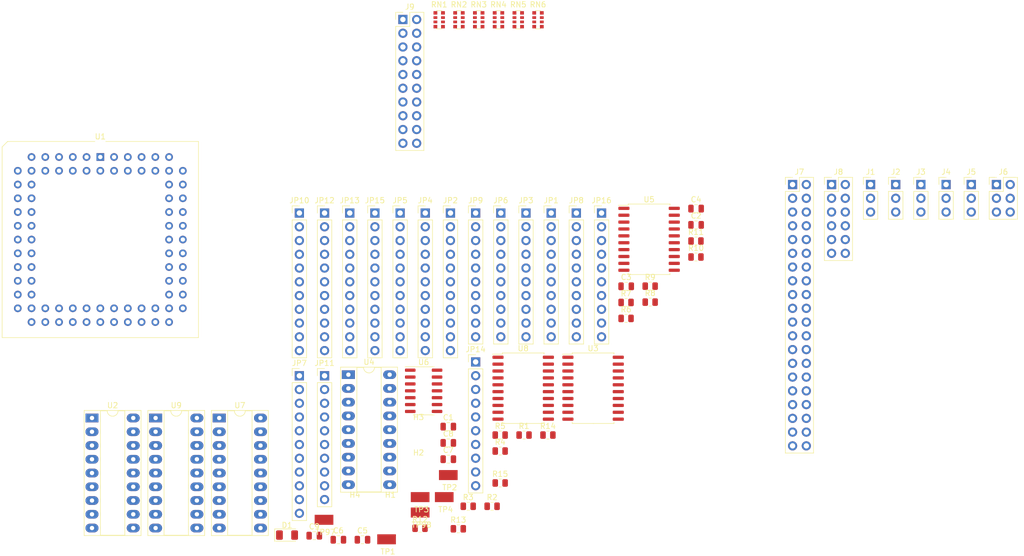
<source format=kicad_pcb>
(kicad_pcb (version 20171130) (host pcbnew "(5.1.10)-1")
  (layers (0 F.Cu signal) (31 B.Cu signal) (34 B.Paste user) (35 F.Paste user) (36 B.SilkS user) (37 F.SilkS user) (38 B.Mask user) (39 F.Mask user) (44 Edge.Cuts user))
  (net 0 "")
  (net 1 GND)
  (net 2 VDD)
  (net 3 "Net-(D1-Pad2)")
  (net 4 /SERVIDEO)
  (net 5 /MSW)
  (net 6 /Y1)
  (net 7 /Y0)
  (net 8 /X1)
  (net 9 /X0)
  (net 10 /IRQ)
  (net 11 /KSEL2)
  (net 12 /KSEL1)
  (net 13 /SPKR)
  (net 14 /RGB2)
  (net 15 /RGB4)
  (net 16 /RGB8)
  (net 17 /AD7)
  (net 18 /AD6)
  (net 19 /AD5)
  (net 20 /AD4)
  (net 21 /AD3)
  (net 22 /AD2)
  (net 23 /AD1)
  (net 24 /AD0)
  (net 25 /S0)
  (net 26 /R-W)
  (net 27 /INH)
  (net 28 /M2SEL)
  (net 29 /DMA)
  (net 30 /RCMEN)
  (net 31 /MDI-MDO)
  (net 32 /RESET)
  (net 33 /RGB1)
  (net 34 /C060-67)
  (net 35 /PDLTRIG)
  (net 36 /MD0)
  (net 37 /MD1)
  (net 38 /MD2)
  (net 39 /MD3)
  (net 40 /MD4)
  (net 41 /MD5)
  (net 42 /MD6)
  (net 43 /MD7)
  (net 44 /RAMWE)
  (net 45 /A13)
  (net 46 /A14)
  (net 47 /A15)
  (net 48 /SYNC)
  (net 49 /WINDOW)
  (net 50 /RMBK)
  (net 51 /S5)
  (net 52 /S4)
  (net 53 /S3)
  (net 54 /S2)
  (net 55 /S1)
  (net 56 /RAS)
  (net 57 /CASM)
  (net 58 /CASA)
  (net 59 /PH#)
  (net 60 /Q3)
  (net 61 /CREF)
  (net 62 /7M)
  (net 63 /14M)
  (net 64 /RA0)
  (net 65 /RA1)
  (net 66 /RA2)
  (net 67 /RA3)
  (net 68 /RA4)
  (net 69 /RA5)
  (net 70 /RA6)
  (net 71 /RA7)
  (net 72 /A0)
  (net 73 /A1)
  (net 74 /A2)
  (net 75 /A3)
  (net 76 /A4)
  (net 77 /A5)
  (net 78 /A6)
  (net 79 /A7)
  (net 80 /A8)
  (net 81 /A9)
  (net 82 /A10)
  (net 83 /A11)
  (net 84 /A12)
  (net 85 /RAF0)
  (net 86 /RAF1)
  (net 87 /RAF2)
  (net 88 /RAF3)
  (net 89 /RAF4)
  (net 90 /RAF5)
  (net 91 /RAF6)
  (net 92 /RAF7)
  (net 93 /CASA.B)
  (net 94 /CASM.B)
  (net 95 /RAS.B)
  (net 96 /RWE.B)
  (net 97 "Net-(R14-Pad2)")
  (net 98 /UM4-14)
  (net 99 "Net-(R15-Pad2)")
  (net 100 /UM4-10)
  (net 101 /BA0)
  (net 102 /BA1)
  (net 103 /BA2)
  (net 104 /BA3)
  (net 105 /BA4)
  (net 106 /BA5)
  (net 107 /BA6)
  (net 108 /BA7)
  (net 109 /BA8)
  (net 110 /BA9)
  (net 111 /BA10)
  (net 112 /BA11)
  (net 113 /BA12)
  (net 114 /BA13)
  (net 115 /BA14)
  (net 116 /BA15)
  (net 117 /D0)
  (net 118 /D1)
  (net 119 /D2)
  (net 120 /D3)
  (net 121 /D4)
  (net 122 /D5)
  (net 123 /D6)
  (net 124 /D7)
  (net 125 /ROMEN)
  (net 126 /ABEN)
  (net 127 /ABDIR)
  (net 128 /FLIP7)
  (net 129 /FLIP6)
  (net 130 /DBEN)
  (net 131 /DBDIR)
  (net 132 "Net-(J7-Pad30)")
  (net 133 "Net-(J7-Pad20)")
  (net 134 "Net-(J8-Pad12)")
  (net 135 "Net-(J8-Pad11)")
  (net 136 "Net-(J8-Pad10)")
  (net 137 "Net-(J8-Pad8)")
  (net 138 "Net-(J8-Pad7)")
  (net 139 "Net-(J8-Pad6)")
  (net 140 "Net-(J8-Pad5)")
  (net 141 "Net-(J8-Pad4)")
  (net 142 "Net-(J8-Pad3)")
  (net 143 "Net-(J8-Pad2)")
  (net 144 "Net-(J8-Pad1)")
  (module Resistor_SMD:R_Array_Convex_4x0612 (layer F.Cu) (at 149.41 27.99)
    (fp_text reference RN6 (at 0 -2.8) (layer F.SilkS))
    (fp_text value R_Pack04)
    (pad 1 smd rect (at -0.7 -1.27) (size 0.7 0.64) (layers F.Cu F.Paste F.Mask) (net 121 /D4))
    (pad 3 smd rect (at -0.7 0.4) (size 0.7 0.5) (layers F.Cu F.Paste F.Mask) (net 123 /D6))
    (pad 2 smd rect (at -0.7 -0.4) (size 0.7 0.5) (layers F.Cu F.Paste F.Mask) (net 122 /D5))
    (pad 4 smd rect (at -0.7 1.27) (size 0.7 0.64) (layers F.Cu F.Paste F.Mask) (net 124 /D7))
    (pad 7 smd rect (at 0.7 -0.4) (size 0.7 0.5) (layers F.Cu F.Paste F.Mask) (net 41 /MD5))
    (pad 8 smd rect (at 0.7 -1.27) (size 0.7 0.64) (layers F.Cu F.Paste F.Mask) (net 40 /MD4))
    (pad 6 smd rect (at 0.7 0.4) (size 0.7 0.5) (layers F.Cu F.Paste F.Mask) (net 42 /MD6))
    (pad 5 smd rect (at 0.7 1.27) (size 0.7 0.64) (layers F.Cu F.Paste F.Mask) (net 43 /MD7))
  )
  (module Resistor_SMD:R_Array_Convex_4x0612 (layer F.Cu) (at 145.76 27.99)
    (fp_text reference RN5 (at 0 -2.8) (layer F.SilkS))
    (fp_text value R_Pack04)
    (pad 1 smd rect (at -0.7 -1.27) (size 0.7 0.64) (layers F.Cu F.Paste F.Mask) (net 84 /A12))
    (pad 3 smd rect (at -0.7 0.4) (size 0.7 0.5) (layers F.Cu F.Paste F.Mask) (net 46 /A14))
    (pad 2 smd rect (at -0.7 -0.4) (size 0.7 0.5) (layers F.Cu F.Paste F.Mask) (net 45 /A13))
    (pad 4 smd rect (at -0.7 1.27) (size 0.7 0.64) (layers F.Cu F.Paste F.Mask) (net 47 /A15))
    (pad 7 smd rect (at 0.7 -0.4) (size 0.7 0.5) (layers F.Cu F.Paste F.Mask) (net 114 /BA13))
    (pad 8 smd rect (at 0.7 -1.27) (size 0.7 0.64) (layers F.Cu F.Paste F.Mask) (net 113 /BA12))
    (pad 6 smd rect (at 0.7 0.4) (size 0.7 0.5) (layers F.Cu F.Paste F.Mask) (net 115 /BA14))
    (pad 5 smd rect (at 0.7 1.27) (size 0.7 0.64) (layers F.Cu F.Paste F.Mask) (net 116 /BA15))
  )
  (module Resistor_SMD:R_Array_Convex_4x0612 (layer F.Cu) (at 142.11 27.99)
    (fp_text reference RN4 (at 0 -2.8) (layer F.SilkS))
    (fp_text value R_Pack04)
    (pad 1 smd rect (at -0.7 -1.27) (size 0.7 0.64) (layers F.Cu F.Paste F.Mask) (net 76 /A4))
    (pad 3 smd rect (at -0.7 0.4) (size 0.7 0.5) (layers F.Cu F.Paste F.Mask) (net 78 /A6))
    (pad 2 smd rect (at -0.7 -0.4) (size 0.7 0.5) (layers F.Cu F.Paste F.Mask) (net 77 /A5))
    (pad 4 smd rect (at -0.7 1.27) (size 0.7 0.64) (layers F.Cu F.Paste F.Mask) (net 79 /A7))
    (pad 7 smd rect (at 0.7 -0.4) (size 0.7 0.5) (layers F.Cu F.Paste F.Mask) (net 106 /BA5))
    (pad 8 smd rect (at 0.7 -1.27) (size 0.7 0.64) (layers F.Cu F.Paste F.Mask) (net 105 /BA4))
    (pad 6 smd rect (at 0.7 0.4) (size 0.7 0.5) (layers F.Cu F.Paste F.Mask) (net 107 /BA6))
    (pad 5 smd rect (at 0.7 1.27) (size 0.7 0.64) (layers F.Cu F.Paste F.Mask) (net 108 /BA7))
  )
  (module Resistor_SMD:R_Array_Convex_4x0612 (layer F.Cu) (at 138.46 27.99)
    (fp_text reference RN3 (at 0 -2.8) (layer F.SilkS))
    (fp_text value R_Pack04)
    (pad 1 smd rect (at -0.7 -1.27) (size 0.7 0.64) (layers F.Cu F.Paste F.Mask) (net 117 /D0))
    (pad 3 smd rect (at -0.7 0.4) (size 0.7 0.5) (layers F.Cu F.Paste F.Mask) (net 119 /D2))
    (pad 2 smd rect (at -0.7 -0.4) (size 0.7 0.5) (layers F.Cu F.Paste F.Mask) (net 118 /D1))
    (pad 4 smd rect (at -0.7 1.27) (size 0.7 0.64) (layers F.Cu F.Paste F.Mask) (net 120 /D3))
    (pad 7 smd rect (at 0.7 -0.4) (size 0.7 0.5) (layers F.Cu F.Paste F.Mask) (net 37 /MD1))
    (pad 8 smd rect (at 0.7 -1.27) (size 0.7 0.64) (layers F.Cu F.Paste F.Mask) (net 36 /MD0))
    (pad 6 smd rect (at 0.7 0.4) (size 0.7 0.5) (layers F.Cu F.Paste F.Mask) (net 38 /MD2))
    (pad 5 smd rect (at 0.7 1.27) (size 0.7 0.64) (layers F.Cu F.Paste F.Mask) (net 39 /MD3))
  )
  (module Resistor_SMD:R_Array_Convex_4x0612 (layer F.Cu) (at 134.81 27.99)
    (fp_text reference RN2 (at 0 -2.8) (layer F.SilkS))
    (fp_text value R_Pack04)
    (pad 1 smd rect (at -0.7 -1.27) (size 0.7 0.64) (layers F.Cu F.Paste F.Mask) (net 80 /A8))
    (pad 3 smd rect (at -0.7 0.4) (size 0.7 0.5) (layers F.Cu F.Paste F.Mask) (net 82 /A10))
    (pad 2 smd rect (at -0.7 -0.4) (size 0.7 0.5) (layers F.Cu F.Paste F.Mask) (net 81 /A9))
    (pad 4 smd rect (at -0.7 1.27) (size 0.7 0.64) (layers F.Cu F.Paste F.Mask) (net 83 /A11))
    (pad 7 smd rect (at 0.7 -0.4) (size 0.7 0.5) (layers F.Cu F.Paste F.Mask) (net 110 /BA9))
    (pad 8 smd rect (at 0.7 -1.27) (size 0.7 0.64) (layers F.Cu F.Paste F.Mask) (net 109 /BA8))
    (pad 6 smd rect (at 0.7 0.4) (size 0.7 0.5) (layers F.Cu F.Paste F.Mask) (net 111 /BA10))
    (pad 5 smd rect (at 0.7 1.27) (size 0.7 0.64) (layers F.Cu F.Paste F.Mask) (net 112 /BA11))
  )
  (module Resistor_SMD:R_Array_Convex_4x0612 (layer F.Cu) (at 131.16 27.99)
    (fp_text reference RN1 (at 0 -2.8) (layer F.SilkS))
    (fp_text value R_Pack04)
    (pad 1 smd rect (at -0.7 -1.27) (size 0.7 0.64) (layers F.Cu F.Paste F.Mask) (net 72 /A0))
    (pad 3 smd rect (at -0.7 0.4) (size 0.7 0.5) (layers F.Cu F.Paste F.Mask) (net 74 /A2))
    (pad 2 smd rect (at -0.7 -0.4) (size 0.7 0.5) (layers F.Cu F.Paste F.Mask) (net 73 /A1))
    (pad 4 smd rect (at -0.7 1.27) (size 0.7 0.64) (layers F.Cu F.Paste F.Mask) (net 75 /A3))
    (pad 7 smd rect (at 0.7 -0.4) (size 0.7 0.5) (layers F.Cu F.Paste F.Mask) (net 102 /BA1))
    (pad 8 smd rect (at 0.7 -1.27) (size 0.7 0.64) (layers F.Cu F.Paste F.Mask) (net 101 /BA0))
    (pad 6 smd rect (at 0.7 0.4) (size 0.7 0.5) (layers F.Cu F.Paste F.Mask) (net 103 /BA2))
    (pad 5 smd rect (at 0.7 1.27) (size 0.7 0.64) (layers F.Cu F.Paste F.Mask) (net 104 /BA3))
  )
  (module Connector_PinHeader_2.54mm:PinHeader_2x10_P2.54mm_Vertical (layer F.Cu) (at 124.46 27.94)
    (fp_text reference J9 (at 1.27 -2.33) (layer F.SilkS))
    (fp_text value Address)
    (pad 20 thru_hole oval (at 2.54 22.86) (size 1.7 1.7) (drill 1) (layers *.Cu *.Mask) (net 47 /A15))
    (pad 19 thru_hole oval (at 0 22.86) (size 1.7 1.7) (drill 1) (layers *.Cu *.Mask) (net 46 /A14))
    (pad 18 thru_hole oval (at 2.54 20.32) (size 1.7 1.7) (drill 1) (layers *.Cu *.Mask) (net 45 /A13))
    (pad 17 thru_hole oval (at 0 20.32) (size 1.7 1.7) (drill 1) (layers *.Cu *.Mask) (net 84 /A12))
    (pad 16 thru_hole oval (at 2.54 17.78) (size 1.7 1.7) (drill 1) (layers *.Cu *.Mask) (net 83 /A11))
    (pad 15 thru_hole oval (at 0 17.78) (size 1.7 1.7) (drill 1) (layers *.Cu *.Mask) (net 1 GND))
    (pad 14 thru_hole oval (at 2.54 15.24) (size 1.7 1.7) (drill 1) (layers *.Cu *.Mask) (net 81 /A9))
    (pad 13 thru_hole oval (at 0 15.24) (size 1.7 1.7) (drill 1) (layers *.Cu *.Mask) (net 82 /A10))
    (pad 12 thru_hole oval (at 2.54 12.7) (size 1.7 1.7) (drill 1) (layers *.Cu *.Mask) (net 1 GND))
    (pad 11 thru_hole oval (at 0 12.7) (size 1.7 1.7) (drill 1) (layers *.Cu *.Mask) (net 80 /A8))
    (pad 10 thru_hole oval (at 2.54 10.16) (size 1.7 1.7) (drill 1) (layers *.Cu *.Mask) (net 79 /A7))
    (pad 9 thru_hole oval (at 0 10.16) (size 1.7 1.7) (drill 1) (layers *.Cu *.Mask) (net 78 /A6))
    (pad 8 thru_hole oval (at 2.54 7.62) (size 1.7 1.7) (drill 1) (layers *.Cu *.Mask) (net 77 /A5))
    (pad 7 thru_hole oval (at 0 7.62) (size 1.7 1.7) (drill 1) (layers *.Cu *.Mask) (net 1 GND))
    (pad 6 thru_hole oval (at 2.54 5.08) (size 1.7 1.7) (drill 1) (layers *.Cu *.Mask) (net 75 /A3))
    (pad 5 thru_hole oval (at 0 5.08) (size 1.7 1.7) (drill 1) (layers *.Cu *.Mask) (net 76 /A4))
    (pad 4 thru_hole oval (at 2.54 2.54) (size 1.7 1.7) (drill 1) (layers *.Cu *.Mask) (net 1 GND))
    (pad 3 thru_hole oval (at 0 2.54) (size 1.7 1.7) (drill 1) (layers *.Cu *.Mask) (net 74 /A2))
    (pad 2 thru_hole oval (at 2.54 0) (size 1.7 1.7) (drill 1) (layers *.Cu *.Mask) (net 73 /A1))
    (pad 1 thru_hole rect (at 0 0) (size 1.7 1.7) (drill 1) (layers *.Cu *.Mask) (net 72 /A0))
  )
  (module Connector_PinHeader_2.54mm:PinHeader_2x06_P2.54mm_Vertical (layer F.Cu) (at 203.62 58.42)
    (fp_text reference J8 (at 1.27 -2.33) (layer F.SilkS))
    (fp_text value "VGC Extra")
    (pad 12 thru_hole oval (at 2.54 12.7) (size 1.7 1.7) (drill 1) (layers *.Cu *.Mask) (net 134 "Net-(J8-Pad12)"))
    (pad 11 thru_hole oval (at 0 12.7) (size 1.7 1.7) (drill 1) (layers *.Cu *.Mask) (net 135 "Net-(J8-Pad11)"))
    (pad 10 thru_hole oval (at 2.54 10.16) (size 1.7 1.7) (drill 1) (layers *.Cu *.Mask) (net 136 "Net-(J8-Pad10)"))
    (pad 9 thru_hole oval (at 0 10.16) (size 1.7 1.7) (drill 1) (layers *.Cu *.Mask) (net 28 /M2SEL))
    (pad 8 thru_hole oval (at 2.54 7.62) (size 1.7 1.7) (drill 1) (layers *.Cu *.Mask) (net 137 "Net-(J8-Pad8)"))
    (pad 7 thru_hole oval (at 0 7.62) (size 1.7 1.7) (drill 1) (layers *.Cu *.Mask) (net 138 "Net-(J8-Pad7)"))
    (pad 6 thru_hole oval (at 2.54 5.08) (size 1.7 1.7) (drill 1) (layers *.Cu *.Mask) (net 139 "Net-(J8-Pad6)"))
    (pad 5 thru_hole oval (at 0 5.08) (size 1.7 1.7) (drill 1) (layers *.Cu *.Mask) (net 140 "Net-(J8-Pad5)"))
    (pad 4 thru_hole oval (at 2.54 2.54) (size 1.7 1.7) (drill 1) (layers *.Cu *.Mask) (net 141 "Net-(J8-Pad4)"))
    (pad 3 thru_hole oval (at 0 2.54) (size 1.7 1.7) (drill 1) (layers *.Cu *.Mask) (net 142 "Net-(J8-Pad3)"))
    (pad 2 thru_hole oval (at 2.54 0) (size 1.7 1.7) (drill 1) (layers *.Cu *.Mask) (net 143 "Net-(J8-Pad2)"))
    (pad 1 thru_hole rect (at 0 0) (size 1.7 1.7) (drill 1) (layers *.Cu *.Mask) (net 144 "Net-(J8-Pad1)"))
  )
  (module Connector_PinHeader_2.54mm:PinHeader_2x20_P2.54mm_Vertical (layer F.Cu) (at 196.42 58.42)
    (fp_text reference J7 (at 1.27 -2.33) (layer F.SilkS))
    (fp_text value Bald-Ext-1)
    (pad 40 thru_hole oval (at 2.54 48.26) (size 1.7 1.7) (drill 1) (layers *.Cu *.Mask) (net 1 GND))
    (pad 39 thru_hole oval (at 0 48.26) (size 1.7 1.7) (drill 1) (layers *.Cu *.Mask) (net 59 /PH#))
    (pad 38 thru_hole oval (at 2.54 45.72) (size 1.7 1.7) (drill 1) (layers *.Cu *.Mask) (net 1 GND))
    (pad 37 thru_hole oval (at 0 45.72) (size 1.7 1.7) (drill 1) (layers *.Cu *.Mask) (net 1 GND))
    (pad 36 thru_hole oval (at 2.54 43.18) (size 1.7 1.7) (drill 1) (layers *.Cu *.Mask) (net 43 /MD7))
    (pad 35 thru_hole oval (at 0 43.18) (size 1.7 1.7) (drill 1) (layers *.Cu *.Mask) (net 71 /RA7))
    (pad 34 thru_hole oval (at 2.54 40.64) (size 1.7 1.7) (drill 1) (layers *.Cu *.Mask) (net 42 /MD6))
    (pad 33 thru_hole oval (at 0 40.64) (size 1.7 1.7) (drill 1) (layers *.Cu *.Mask) (net 70 /RA6))
    (pad 32 thru_hole oval (at 2.54 38.1) (size 1.7 1.7) (drill 1) (layers *.Cu *.Mask) (net 41 /MD5))
    (pad 31 thru_hole oval (at 0 38.1) (size 1.7 1.7) (drill 1) (layers *.Cu *.Mask) (net 69 /RA5))
    (pad 30 thru_hole oval (at 2.54 35.56) (size 1.7 1.7) (drill 1) (layers *.Cu *.Mask) (net 132 "Net-(J7-Pad30)"))
    (pad 29 thru_hole oval (at 0 35.56) (size 1.7 1.7) (drill 1) (layers *.Cu *.Mask) (net 68 /RA4))
    (pad 28 thru_hole oval (at 2.54 33.02) (size 1.7 1.7) (drill 1) (layers *.Cu *.Mask) (net 40 /MD4))
    (pad 27 thru_hole oval (at 0 33.02) (size 1.7 1.7) (drill 1) (layers *.Cu *.Mask) (net 1 GND))
    (pad 26 thru_hole oval (at 2.54 30.48) (size 1.7 1.7) (drill 1) (layers *.Cu *.Mask) (net 39 /MD3))
    (pad 25 thru_hole oval (at 0 30.48) (size 1.7 1.7) (drill 1) (layers *.Cu *.Mask) (net 67 /RA3))
    (pad 24 thru_hole oval (at 2.54 27.94) (size 1.7 1.7) (drill 1) (layers *.Cu *.Mask) (net 38 /MD2))
    (pad 23 thru_hole oval (at 0 27.94) (size 1.7 1.7) (drill 1) (layers *.Cu *.Mask) (net 66 /RA2))
    (pad 22 thru_hole oval (at 2.54 25.4) (size 1.7 1.7) (drill 1) (layers *.Cu *.Mask) (net 1 GND))
    (pad 21 thru_hole oval (at 0 25.4) (size 1.7 1.7) (drill 1) (layers *.Cu *.Mask) (net 65 /RA1))
    (pad 20 thru_hole oval (at 2.54 22.86) (size 1.7 1.7) (drill 1) (layers *.Cu *.Mask) (net 133 "Net-(J7-Pad20)"))
    (pad 19 thru_hole oval (at 0 22.86) (size 1.7 1.7) (drill 1) (layers *.Cu *.Mask) (net 1 GND))
    (pad 18 thru_hole oval (at 2.54 20.32) (size 1.7 1.7) (drill 1) (layers *.Cu *.Mask) (net 37 /MD1))
    (pad 17 thru_hole oval (at 0 20.32) (size 1.7 1.7) (drill 1) (layers *.Cu *.Mask) (net 64 /RA0))
    (pad 16 thru_hole oval (at 2.54 17.78) (size 1.7 1.7) (drill 1) (layers *.Cu *.Mask) (net 36 /MD0))
    (pad 15 thru_hole oval (at 0 17.78) (size 1.7 1.7) (drill 1) (layers *.Cu *.Mask) (net 24 /AD0))
    (pad 14 thru_hole oval (at 2.54 15.24) (size 1.7 1.7) (drill 1) (layers *.Cu *.Mask) (net 1 GND))
    (pad 13 thru_hole oval (at 0 15.24) (size 1.7 1.7) (drill 1) (layers *.Cu *.Mask) (net 23 /AD1))
    (pad 12 thru_hole oval (at 2.54 12.7) (size 1.7 1.7) (drill 1) (layers *.Cu *.Mask) (net 22 /AD2))
    (pad 11 thru_hole oval (at 0 12.7) (size 1.7 1.7) (drill 1) (layers *.Cu *.Mask) (net 1 GND))
    (pad 10 thru_hole oval (at 2.54 10.16) (size 1.7 1.7) (drill 1) (layers *.Cu *.Mask) (net 20 /AD4))
    (pad 9 thru_hole oval (at 0 10.16) (size 1.7 1.7) (drill 1) (layers *.Cu *.Mask) (net 21 /AD3))
    (pad 8 thru_hole oval (at 2.54 7.62) (size 1.7 1.7) (drill 1) (layers *.Cu *.Mask) (net 18 /AD6))
    (pad 7 thru_hole oval (at 0 7.62) (size 1.7 1.7) (drill 1) (layers *.Cu *.Mask) (net 19 /AD5))
    (pad 6 thru_hole oval (at 2.54 5.08) (size 1.7 1.7) (drill 1) (layers *.Cu *.Mask) (net 1 GND))
    (pad 5 thru_hole oval (at 0 5.08) (size 1.7 1.7) (drill 1) (layers *.Cu *.Mask) (net 17 /AD7))
    (pad 4 thru_hole oval (at 2.54 2.54) (size 1.7 1.7) (drill 1) (layers *.Cu *.Mask) (net 1 GND))
    (pad 3 thru_hole oval (at 0 2.54) (size 1.7 1.7) (drill 1) (layers *.Cu *.Mask) (net 1 GND))
    (pad 2 thru_hole oval (at 2.54 0) (size 1.7 1.7) (drill 1) (layers *.Cu *.Mask) (net 63 /14M))
    (pad 1 thru_hole rect (at 0 0) (size 1.7 1.7) (drill 1) (layers *.Cu *.Mask) (net 1 GND))
  )
  (module Connector_PinHeader_2.54mm:PinHeader_2x03_P2.54mm_Vertical (layer F.Cu) (at 234.07 58.42)
    (fp_text reference J6 (at 1.27 -2.33) (layer F.SilkS))
    (fp_text value "VGC Extra")
    (pad 6 thru_hole oval (at 2.54 5.08) (size 1.7 1.7) (drill 1) (layers *.Cu *.Mask) (net 26 /R-W))
    (pad 5 thru_hole oval (at 0 5.08) (size 1.7 1.7) (drill 1) (layers *.Cu *.Mask) (net 26 /R-W))
    (pad 4 thru_hole oval (at 2.54 2.54) (size 1.7 1.7) (drill 1) (layers *.Cu *.Mask) (net 32 /RESET))
    (pad 3 thru_hole oval (at 0 2.54) (size 1.7 1.7) (drill 1) (layers *.Cu *.Mask) (net 32 /RESET))
    (pad 2 thru_hole oval (at 2.54 0) (size 1.7 1.7) (drill 1) (layers *.Cu *.Mask) (net 10 /IRQ))
    (pad 1 thru_hole rect (at 0 0) (size 1.7 1.7) (drill 1) (layers *.Cu *.Mask) (net 10 /IRQ))
  )
  (module Connector_PinHeader_2.54mm:PinHeader_1x03_P2.54mm_Vertical (layer F.Cu) (at 229.42 58.42)
    (fp_text reference J5 (at 0 -2.33) (layer F.SilkS))
    (fp_text value DBEN)
    (pad 3 thru_hole oval (at 0 5.08) (size 1.7 1.7) (drill 1) (layers *.Cu *.Mask) (net 1 GND))
    (pad 2 thru_hole oval (at 0 2.54) (size 1.7 1.7) (drill 1) (layers *.Cu *.Mask) (net 130 /DBEN))
    (pad 1 thru_hole rect (at 0 0) (size 1.7 1.7) (drill 1) (layers *.Cu *.Mask) (net 2 VDD))
  )
  (module Connector_PinHeader_2.54mm:PinHeader_1x03_P2.54mm_Vertical (layer F.Cu) (at 224.77 58.42)
    (fp_text reference J4 (at 0 -2.33) (layer F.SilkS))
    (fp_text value DBDIR)
    (pad 3 thru_hole oval (at 0 5.08) (size 1.7 1.7) (drill 1) (layers *.Cu *.Mask) (net 1 GND))
    (pad 2 thru_hole oval (at 0 2.54) (size 1.7 1.7) (drill 1) (layers *.Cu *.Mask) (net 131 /DBDIR))
    (pad 1 thru_hole rect (at 0 0) (size 1.7 1.7) (drill 1) (layers *.Cu *.Mask) (net 2 VDD))
  )
  (module Connector_PinHeader_2.54mm:PinHeader_1x03_P2.54mm_Vertical (layer F.Cu) (at 220.12 58.42)
    (fp_text reference J3 (at 0 -2.33) (layer F.SilkS))
    (fp_text value FLIP)
    (pad 3 thru_hole oval (at 0 5.08) (size 1.7 1.7) (drill 1) (layers *.Cu *.Mask) (net 129 /FLIP6))
    (pad 2 thru_hole oval (at 0 2.54) (size 1.7 1.7) (drill 1) (layers *.Cu *.Mask) (net 128 /FLIP7))
    (pad 1 thru_hole rect (at 0 0) (size 1.7 1.7) (drill 1) (layers *.Cu *.Mask) (net 1 GND))
  )
  (module Connector_PinHeader_2.54mm:PinHeader_1x03_P2.54mm_Vertical (layer F.Cu) (at 215.47 58.42)
    (fp_text reference J2 (at 0 -2.33) (layer F.SilkS))
    (fp_text value ABEN)
    (pad 3 thru_hole oval (at 0 5.08) (size 1.7 1.7) (drill 1) (layers *.Cu *.Mask) (net 1 GND))
    (pad 2 thru_hole oval (at 0 2.54) (size 1.7 1.7) (drill 1) (layers *.Cu *.Mask) (net 126 /ABEN))
    (pad 1 thru_hole rect (at 0 0) (size 1.7 1.7) (drill 1) (layers *.Cu *.Mask) (net 2 VDD))
  )
  (module Connector_PinHeader_2.54mm:PinHeader_1x03_P2.54mm_Vertical (layer F.Cu) (at 210.82 58.42)
    (fp_text reference J1 (at 0 -2.33) (layer F.SilkS))
    (fp_text value ABDIR)
    (pad 3 thru_hole oval (at 0 5.08) (size 1.7 1.7) (drill 1) (layers *.Cu *.Mask) (net 1 GND))
    (pad 2 thru_hole oval (at 0 2.54) (size 1.7 1.7) (drill 1) (layers *.Cu *.Mask) (net 127 /ABDIR))
    (pad 1 thru_hole rect (at 0 0) (size 1.7 1.7) (drill 1) (layers *.Cu *.Mask) (net 2 VDD))
  )
  (module Package_DIP:DIP-18_W7.62mm_Socket_LongPads (layer F.Cu) (at 78.792 101.534)
    (fp_text reference U9 (at 3.81 -2.33) (layer F.SilkS))
    (fp_text value DRAM64KX4)
    (pad 18 thru_hole oval (at 7.62 0) (size 2.4 1.6) (drill 0.8) (layers *.Cu *.Mask) (net 1 GND))
    (pad 9 thru_hole oval (at 0 20.32) (size 2.4 1.6) (drill 0.8) (layers *.Cu *.Mask) (net 2 VDD))
    (pad 17 thru_hole oval (at 7.62 2.54) (size 2.4 1.6) (drill 0.8) (layers *.Cu *.Mask) (net 43 /MD7))
    (pad 8 thru_hole oval (at 0 17.78) (size 2.4 1.6) (drill 0.8) (layers *.Cu *.Mask) (net 86 /RAF1))
    (pad 16 thru_hole oval (at 7.62 5.08) (size 2.4 1.6) (drill 0.8) (layers *.Cu *.Mask) (net 94 /CASM.B))
    (pad 7 thru_hole oval (at 0 15.24) (size 2.4 1.6) (drill 0.8) (layers *.Cu *.Mask) (net 87 /RAF2))
    (pad 15 thru_hole oval (at 7.62 7.62) (size 2.4 1.6) (drill 0.8) (layers *.Cu *.Mask) (net 42 /MD6))
    (pad 6 thru_hole oval (at 0 12.7) (size 2.4 1.6) (drill 0.8) (layers *.Cu *.Mask) (net 85 /RAF0))
    (pad 14 thru_hole oval (at 7.62 10.16) (size 2.4 1.6) (drill 0.8) (layers *.Cu *.Mask) (net 98 /UM4-14))
    (pad 5 thru_hole oval (at 0 10.16) (size 2.4 1.6) (drill 0.8) (layers *.Cu *.Mask) (net 95 /RAS.B))
    (pad 13 thru_hole oval (at 7.62 12.7) (size 2.4 1.6) (drill 0.8) (layers *.Cu *.Mask) (net 88 /RAF3))
    (pad 4 thru_hole oval (at 0 7.62) (size 2.4 1.6) (drill 0.8) (layers *.Cu *.Mask) (net 96 /RWE.B))
    (pad 12 thru_hole oval (at 7.62 15.24) (size 2.4 1.6) (drill 0.8) (layers *.Cu *.Mask) (net 89 /RAF4))
    (pad 3 thru_hole oval (at 0 5.08) (size 2.4 1.6) (drill 0.8) (layers *.Cu *.Mask) (net 41 /MD5))
    (pad 11 thru_hole oval (at 7.62 17.78) (size 2.4 1.6) (drill 0.8) (layers *.Cu *.Mask) (net 90 /RAF5))
    (pad 2 thru_hole oval (at 0 2.54) (size 2.4 1.6) (drill 0.8) (layers *.Cu *.Mask) (net 40 /MD4))
    (pad 10 thru_hole oval (at 7.62 20.32) (size 2.4 1.6) (drill 0.8) (layers *.Cu *.Mask) (net 100 /UM4-10))
    (pad 1 thru_hole rect (at 0 0) (size 2.4 1.6) (drill 0.8) (layers *.Cu *.Mask) (net 1 GND))
  )
  (module Package_SO:SOIC-20W_7.5x12.8mm_P1.27mm (layer F.Cu) (at 146.672 96.034)
    (fp_text reference U8 (at 0 -7.35) (layer F.SilkS))
    (fp_text value 74HCT245)
    (pad 20 smd roundrect (at 4.65 -5.715) (size 2.05 0.6) (layers F.Cu F.Paste F.Mask) (net 2 VDD))
    (pad 19 smd roundrect (at 4.65 -4.445) (size 2.05 0.6) (layers F.Cu F.Paste F.Mask) (net 130 /DBEN))
    (pad 18 smd roundrect (at 4.65 -3.175) (size 2.05 0.6) (layers F.Cu F.Paste F.Mask) (net 43 /MD7))
    (pad 17 smd roundrect (at 4.65 -1.905) (size 2.05 0.6) (layers F.Cu F.Paste F.Mask) (net 42 /MD6))
    (pad 16 smd roundrect (at 4.65 -0.635) (size 2.05 0.6) (layers F.Cu F.Paste F.Mask) (net 41 /MD5))
    (pad 15 smd roundrect (at 4.65 0.635) (size 2.05 0.6) (layers F.Cu F.Paste F.Mask) (net 40 /MD4))
    (pad 14 smd roundrect (at 4.65 1.905) (size 2.05 0.6) (layers F.Cu F.Paste F.Mask) (net 39 /MD3))
    (pad 13 smd roundrect (at 4.65 3.175) (size 2.05 0.6) (layers F.Cu F.Paste F.Mask) (net 38 /MD2))
    (pad 12 smd roundrect (at 4.65 4.445) (size 2.05 0.6) (layers F.Cu F.Paste F.Mask) (net 37 /MD1))
    (pad 11 smd roundrect (at 4.65 5.715) (size 2.05 0.6) (layers F.Cu F.Paste F.Mask) (net 36 /MD0))
    (pad 10 smd roundrect (at -4.65 5.715) (size 2.05 0.6) (layers F.Cu F.Paste F.Mask) (net 1 GND))
    (pad 9 smd roundrect (at -4.65 4.445) (size 2.05 0.6) (layers F.Cu F.Paste F.Mask) (net 117 /D0))
    (pad 8 smd roundrect (at -4.65 3.175) (size 2.05 0.6) (layers F.Cu F.Paste F.Mask) (net 118 /D1))
    (pad 7 smd roundrect (at -4.65 1.905) (size 2.05 0.6) (layers F.Cu F.Paste F.Mask) (net 119 /D2))
    (pad 6 smd roundrect (at -4.65 0.635) (size 2.05 0.6) (layers F.Cu F.Paste F.Mask) (net 120 /D3))
    (pad 5 smd roundrect (at -4.65 -0.635) (size 2.05 0.6) (layers F.Cu F.Paste F.Mask) (net 121 /D4))
    (pad 4 smd roundrect (at -4.65 -1.905) (size 2.05 0.6) (layers F.Cu F.Paste F.Mask) (net 122 /D5))
    (pad 3 smd roundrect (at -4.65 -3.175) (size 2.05 0.6) (layers F.Cu F.Paste F.Mask) (net 123 /D6))
    (pad 2 smd roundrect (at -4.65 -4.445) (size 2.05 0.6) (layers F.Cu F.Paste F.Mask) (net 124 /D7))
    (pad 1 smd roundrect (at -4.65 -5.715) (size 2.05 0.6) (layers F.Cu F.Paste F.Mask) (net 131 /DBDIR))
  )
  (module Package_DIP:DIP-18_W7.62mm_Socket_LongPads (layer F.Cu) (at 90.542 101.534)
    (fp_text reference U7 (at 3.81 -2.33) (layer F.SilkS))
    (fp_text value DRAM64KX4)
    (pad 18 thru_hole oval (at 7.62 0) (size 2.4 1.6) (drill 0.8) (layers *.Cu *.Mask) (net 1 GND))
    (pad 9 thru_hole oval (at 0 20.32) (size 2.4 1.6) (drill 0.8) (layers *.Cu *.Mask) (net 2 VDD))
    (pad 17 thru_hole oval (at 7.62 2.54) (size 2.4 1.6) (drill 0.8) (layers *.Cu *.Mask) (net 39 /MD3))
    (pad 8 thru_hole oval (at 0 17.78) (size 2.4 1.6) (drill 0.8) (layers *.Cu *.Mask) (net 86 /RAF1))
    (pad 16 thru_hole oval (at 7.62 5.08) (size 2.4 1.6) (drill 0.8) (layers *.Cu *.Mask) (net 94 /CASM.B))
    (pad 7 thru_hole oval (at 0 15.24) (size 2.4 1.6) (drill 0.8) (layers *.Cu *.Mask) (net 87 /RAF2))
    (pad 15 thru_hole oval (at 7.62 7.62) (size 2.4 1.6) (drill 0.8) (layers *.Cu *.Mask) (net 38 /MD2))
    (pad 6 thru_hole oval (at 0 12.7) (size 2.4 1.6) (drill 0.8) (layers *.Cu *.Mask) (net 85 /RAF0))
    (pad 14 thru_hole oval (at 7.62 10.16) (size 2.4 1.6) (drill 0.8) (layers *.Cu *.Mask) (net 98 /UM4-14))
    (pad 5 thru_hole oval (at 0 10.16) (size 2.4 1.6) (drill 0.8) (layers *.Cu *.Mask) (net 95 /RAS.B))
    (pad 13 thru_hole oval (at 7.62 12.7) (size 2.4 1.6) (drill 0.8) (layers *.Cu *.Mask) (net 88 /RAF3))
    (pad 4 thru_hole oval (at 0 7.62) (size 2.4 1.6) (drill 0.8) (layers *.Cu *.Mask) (net 96 /RWE.B))
    (pad 12 thru_hole oval (at 7.62 15.24) (size 2.4 1.6) (drill 0.8) (layers *.Cu *.Mask) (net 89 /RAF4))
    (pad 3 thru_hole oval (at 0 5.08) (size 2.4 1.6) (drill 0.8) (layers *.Cu *.Mask) (net 37 /MD1))
    (pad 11 thru_hole oval (at 7.62 17.78) (size 2.4 1.6) (drill 0.8) (layers *.Cu *.Mask) (net 90 /RAF5))
    (pad 2 thru_hole oval (at 0 2.54) (size 2.4 1.6) (drill 0.8) (layers *.Cu *.Mask) (net 36 /MD0))
    (pad 10 thru_hole oval (at 7.62 20.32) (size 2.4 1.6) (drill 0.8) (layers *.Cu *.Mask) (net 100 /UM4-10))
    (pad 1 thru_hole rect (at 0 0) (size 2.4 1.6) (drill 0.8) (layers *.Cu *.Mask) (net 1 GND))
  )
  (module Package_SO:SOIC-14_3.9x8.7mm_P1.27mm (layer F.Cu) (at 128.292 96.514)
    (fp_text reference U6 (at 0 -5.28) (layer F.SilkS))
    (fp_text value 74HCT86)
    (pad 14 smd roundrect (at 2.475 -3.81) (size 1.95 0.6) (layers F.Cu F.Paste F.Mask))
    (pad 13 smd roundrect (at 2.475 -2.54) (size 1.95 0.6) (layers F.Cu F.Paste F.Mask))
    (pad 12 smd roundrect (at 2.475 -1.27) (size 1.95 0.6) (layers F.Cu F.Paste F.Mask))
    (pad 11 smd roundrect (at 2.475 0) (size 1.95 0.6) (layers F.Cu F.Paste F.Mask))
    (pad 10 smd roundrect (at 2.475 1.27) (size 1.95 0.6) (layers F.Cu F.Paste F.Mask))
    (pad 9 smd roundrect (at 2.475 2.54) (size 1.95 0.6) (layers F.Cu F.Paste F.Mask))
    (pad 8 smd roundrect (at 2.475 3.81) (size 1.95 0.6) (layers F.Cu F.Paste F.Mask))
    (pad 7 smd roundrect (at -2.475 3.81) (size 1.95 0.6) (layers F.Cu F.Paste F.Mask))
    (pad 6 smd roundrect (at -2.475 2.54) (size 1.95 0.6) (layers F.Cu F.Paste F.Mask) (net 99 "Net-(R15-Pad2)"))
    (pad 5 smd roundrect (at -2.475 1.27) (size 1.95 0.6) (layers F.Cu F.Paste F.Mask) (net 128 /FLIP7))
    (pad 4 smd roundrect (at -2.475 0) (size 1.95 0.6) (layers F.Cu F.Paste F.Mask) (net 71 /RA7))
    (pad 3 smd roundrect (at -2.475 -1.27) (size 1.95 0.6) (layers F.Cu F.Paste F.Mask) (net 97 "Net-(R14-Pad2)"))
    (pad 2 smd roundrect (at -2.475 -2.54) (size 1.95 0.6) (layers F.Cu F.Paste F.Mask) (net 129 /FLIP6))
    (pad 1 smd roundrect (at -2.475 -3.81) (size 1.95 0.6) (layers F.Cu F.Paste F.Mask) (net 70 /RA6))
  )
  (module Package_SO:SOIC-20W_7.5x12.8mm_P1.27mm (layer F.Cu) (at 169.922 68.534)
    (fp_text reference U5 (at 0 -7.35) (layer F.SilkS))
    (fp_text value 74HCT245)
    (pad 20 smd roundrect (at 4.65 -5.715) (size 2.05 0.6) (layers F.Cu F.Paste F.Mask) (net 2 VDD))
    (pad 19 smd roundrect (at 4.65 -4.445) (size 2.05 0.6) (layers F.Cu F.Paste F.Mask) (net 126 /ABEN))
    (pad 18 smd roundrect (at 4.65 -3.175) (size 2.05 0.6) (layers F.Cu F.Paste F.Mask) (net 108 /BA7))
    (pad 17 smd roundrect (at 4.65 -1.905) (size 2.05 0.6) (layers F.Cu F.Paste F.Mask) (net 107 /BA6))
    (pad 16 smd roundrect (at 4.65 -0.635) (size 2.05 0.6) (layers F.Cu F.Paste F.Mask) (net 106 /BA5))
    (pad 15 smd roundrect (at 4.65 0.635) (size 2.05 0.6) (layers F.Cu F.Paste F.Mask) (net 105 /BA4))
    (pad 14 smd roundrect (at 4.65 1.905) (size 2.05 0.6) (layers F.Cu F.Paste F.Mask) (net 104 /BA3))
    (pad 13 smd roundrect (at 4.65 3.175) (size 2.05 0.6) (layers F.Cu F.Paste F.Mask) (net 103 /BA2))
    (pad 12 smd roundrect (at 4.65 4.445) (size 2.05 0.6) (layers F.Cu F.Paste F.Mask) (net 102 /BA1))
    (pad 11 smd roundrect (at 4.65 5.715) (size 2.05 0.6) (layers F.Cu F.Paste F.Mask) (net 101 /BA0))
    (pad 10 smd roundrect (at -4.65 5.715) (size 2.05 0.6) (layers F.Cu F.Paste F.Mask) (net 1 GND))
    (pad 9 smd roundrect (at -4.65 4.445) (size 2.05 0.6) (layers F.Cu F.Paste F.Mask) (net 72 /A0))
    (pad 8 smd roundrect (at -4.65 3.175) (size 2.05 0.6) (layers F.Cu F.Paste F.Mask) (net 73 /A1))
    (pad 7 smd roundrect (at -4.65 1.905) (size 2.05 0.6) (layers F.Cu F.Paste F.Mask) (net 74 /A2))
    (pad 6 smd roundrect (at -4.65 0.635) (size 2.05 0.6) (layers F.Cu F.Paste F.Mask) (net 75 /A3))
    (pad 5 smd roundrect (at -4.65 -0.635) (size 2.05 0.6) (layers F.Cu F.Paste F.Mask) (net 76 /A4))
    (pad 4 smd roundrect (at -4.65 -1.905) (size 2.05 0.6) (layers F.Cu F.Paste F.Mask) (net 77 /A5))
    (pad 3 smd roundrect (at -4.65 -3.175) (size 2.05 0.6) (layers F.Cu F.Paste F.Mask) (net 78 /A6))
    (pad 2 smd roundrect (at -4.65 -4.445) (size 2.05 0.6) (layers F.Cu F.Paste F.Mask) (net 79 /A7))
    (pad 1 smd roundrect (at -4.65 -5.715) (size 2.05 0.6) (layers F.Cu F.Paste F.Mask) (net 127 /ABDIR))
  )
  (module Package_DIP:DIP-18_W7.62mm_Socket_LongPads (layer F.Cu) (at 114.392 93.534)
    (fp_text reference U4 (at 3.81 -2.33) (layer F.SilkS))
    (fp_text value DRAM64KX4)
    (pad 18 thru_hole oval (at 7.62 0) (size 2.4 1.6) (drill 0.8) (layers *.Cu *.Mask) (net 1 GND))
    (pad 9 thru_hole oval (at 0 20.32) (size 2.4 1.6) (drill 0.8) (layers *.Cu *.Mask) (net 2 VDD))
    (pad 17 thru_hole oval (at 7.62 2.54) (size 2.4 1.6) (drill 0.8) (layers *.Cu *.Mask) (net 17 /AD7))
    (pad 8 thru_hole oval (at 0 17.78) (size 2.4 1.6) (drill 0.8) (layers *.Cu *.Mask) (net 86 /RAF1))
    (pad 16 thru_hole oval (at 7.62 5.08) (size 2.4 1.6) (drill 0.8) (layers *.Cu *.Mask) (net 93 /CASA.B))
    (pad 7 thru_hole oval (at 0 15.24) (size 2.4 1.6) (drill 0.8) (layers *.Cu *.Mask) (net 87 /RAF2))
    (pad 15 thru_hole oval (at 7.62 7.62) (size 2.4 1.6) (drill 0.8) (layers *.Cu *.Mask) (net 18 /AD6))
    (pad 6 thru_hole oval (at 0 12.7) (size 2.4 1.6) (drill 0.8) (layers *.Cu *.Mask) (net 85 /RAF0))
    (pad 14 thru_hole oval (at 7.62 10.16) (size 2.4 1.6) (drill 0.8) (layers *.Cu *.Mask) (net 91 /RAF6))
    (pad 5 thru_hole oval (at 0 10.16) (size 2.4 1.6) (drill 0.8) (layers *.Cu *.Mask) (net 95 /RAS.B))
    (pad 13 thru_hole oval (at 7.62 12.7) (size 2.4 1.6) (drill 0.8) (layers *.Cu *.Mask) (net 88 /RAF3))
    (pad 4 thru_hole oval (at 0 7.62) (size 2.4 1.6) (drill 0.8) (layers *.Cu *.Mask) (net 96 /RWE.B))
    (pad 12 thru_hole oval (at 7.62 15.24) (size 2.4 1.6) (drill 0.8) (layers *.Cu *.Mask) (net 89 /RAF4))
    (pad 3 thru_hole oval (at 0 5.08) (size 2.4 1.6) (drill 0.8) (layers *.Cu *.Mask) (net 19 /AD5))
    (pad 11 thru_hole oval (at 7.62 17.78) (size 2.4 1.6) (drill 0.8) (layers *.Cu *.Mask) (net 90 /RAF5))
    (pad 2 thru_hole oval (at 0 2.54) (size 2.4 1.6) (drill 0.8) (layers *.Cu *.Mask) (net 20 /AD4))
    (pad 10 thru_hole oval (at 7.62 20.32) (size 2.4 1.6) (drill 0.8) (layers *.Cu *.Mask) (net 92 /RAF7))
    (pad 1 thru_hole rect (at 0 0) (size 2.4 1.6) (drill 0.8) (layers *.Cu *.Mask) (net 1 GND))
  )
  (module Package_SO:SOIC-20W_7.5x12.8mm_P1.27mm (layer F.Cu) (at 159.582 96.034)
    (fp_text reference U3 (at 0 -7.35) (layer F.SilkS))
    (fp_text value 74HCT245)
    (pad 20 smd roundrect (at 4.65 -5.715) (size 2.05 0.6) (layers F.Cu F.Paste F.Mask) (net 2 VDD))
    (pad 19 smd roundrect (at 4.65 -4.445) (size 2.05 0.6) (layers F.Cu F.Paste F.Mask) (net 126 /ABEN))
    (pad 18 smd roundrect (at 4.65 -3.175) (size 2.05 0.6) (layers F.Cu F.Paste F.Mask) (net 116 /BA15))
    (pad 17 smd roundrect (at 4.65 -1.905) (size 2.05 0.6) (layers F.Cu F.Paste F.Mask) (net 115 /BA14))
    (pad 16 smd roundrect (at 4.65 -0.635) (size 2.05 0.6) (layers F.Cu F.Paste F.Mask) (net 114 /BA13))
    (pad 15 smd roundrect (at 4.65 0.635) (size 2.05 0.6) (layers F.Cu F.Paste F.Mask) (net 113 /BA12))
    (pad 14 smd roundrect (at 4.65 1.905) (size 2.05 0.6) (layers F.Cu F.Paste F.Mask) (net 112 /BA11))
    (pad 13 smd roundrect (at 4.65 3.175) (size 2.05 0.6) (layers F.Cu F.Paste F.Mask) (net 111 /BA10))
    (pad 12 smd roundrect (at 4.65 4.445) (size 2.05 0.6) (layers F.Cu F.Paste F.Mask) (net 110 /BA9))
    (pad 11 smd roundrect (at 4.65 5.715) (size 2.05 0.6) (layers F.Cu F.Paste F.Mask) (net 109 /BA8))
    (pad 10 smd roundrect (at -4.65 5.715) (size 2.05 0.6) (layers F.Cu F.Paste F.Mask) (net 1 GND))
    (pad 9 smd roundrect (at -4.65 4.445) (size 2.05 0.6) (layers F.Cu F.Paste F.Mask) (net 80 /A8))
    (pad 8 smd roundrect (at -4.65 3.175) (size 2.05 0.6) (layers F.Cu F.Paste F.Mask) (net 81 /A9))
    (pad 7 smd roundrect (at -4.65 1.905) (size 2.05 0.6) (layers F.Cu F.Paste F.Mask) (net 82 /A10))
    (pad 6 smd roundrect (at -4.65 0.635) (size 2.05 0.6) (layers F.Cu F.Paste F.Mask) (net 83 /A11))
    (pad 5 smd roundrect (at -4.65 -0.635) (size 2.05 0.6) (layers F.Cu F.Paste F.Mask) (net 84 /A12))
    (pad 4 smd roundrect (at -4.65 -1.905) (size 2.05 0.6) (layers F.Cu F.Paste F.Mask) (net 45 /A13))
    (pad 3 smd roundrect (at -4.65 -3.175) (size 2.05 0.6) (layers F.Cu F.Paste F.Mask) (net 46 /A14))
    (pad 2 smd roundrect (at -4.65 -4.445) (size 2.05 0.6) (layers F.Cu F.Paste F.Mask) (net 47 /A15))
    (pad 1 smd roundrect (at -4.65 -5.715) (size 2.05 0.6) (layers F.Cu F.Paste F.Mask) (net 127 /ABDIR))
  )
  (module Package_DIP:DIP-18_W7.62mm_Socket_LongPads (layer F.Cu) (at 67.042 101.534)
    (fp_text reference U2 (at 3.81 -2.33) (layer F.SilkS))
    (fp_text value DRAM64KX4)
    (pad 18 thru_hole oval (at 7.62 0) (size 2.4 1.6) (drill 0.8) (layers *.Cu *.Mask) (net 1 GND))
    (pad 9 thru_hole oval (at 0 20.32) (size 2.4 1.6) (drill 0.8) (layers *.Cu *.Mask) (net 2 VDD))
    (pad 17 thru_hole oval (at 7.62 2.54) (size 2.4 1.6) (drill 0.8) (layers *.Cu *.Mask) (net 21 /AD3))
    (pad 8 thru_hole oval (at 0 17.78) (size 2.4 1.6) (drill 0.8) (layers *.Cu *.Mask) (net 86 /RAF1))
    (pad 16 thru_hole oval (at 7.62 5.08) (size 2.4 1.6) (drill 0.8) (layers *.Cu *.Mask) (net 93 /CASA.B))
    (pad 7 thru_hole oval (at 0 15.24) (size 2.4 1.6) (drill 0.8) (layers *.Cu *.Mask) (net 87 /RAF2))
    (pad 15 thru_hole oval (at 7.62 7.62) (size 2.4 1.6) (drill 0.8) (layers *.Cu *.Mask) (net 22 /AD2))
    (pad 6 thru_hole oval (at 0 12.7) (size 2.4 1.6) (drill 0.8) (layers *.Cu *.Mask) (net 85 /RAF0))
    (pad 14 thru_hole oval (at 7.62 10.16) (size 2.4 1.6) (drill 0.8) (layers *.Cu *.Mask) (net 91 /RAF6))
    (pad 5 thru_hole oval (at 0 10.16) (size 2.4 1.6) (drill 0.8) (layers *.Cu *.Mask) (net 95 /RAS.B))
    (pad 13 thru_hole oval (at 7.62 12.7) (size 2.4 1.6) (drill 0.8) (layers *.Cu *.Mask) (net 88 /RAF3))
    (pad 4 thru_hole oval (at 0 7.62) (size 2.4 1.6) (drill 0.8) (layers *.Cu *.Mask) (net 96 /RWE.B))
    (pad 12 thru_hole oval (at 7.62 15.24) (size 2.4 1.6) (drill 0.8) (layers *.Cu *.Mask) (net 89 /RAF4))
    (pad 3 thru_hole oval (at 0 5.08) (size 2.4 1.6) (drill 0.8) (layers *.Cu *.Mask) (net 23 /AD1))
    (pad 11 thru_hole oval (at 7.62 17.78) (size 2.4 1.6) (drill 0.8) (layers *.Cu *.Mask) (net 90 /RAF5))
    (pad 2 thru_hole oval (at 0 2.54) (size 2.4 1.6) (drill 0.8) (layers *.Cu *.Mask) (net 24 /AD0))
    (pad 10 thru_hole oval (at 7.62 20.32) (size 2.4 1.6) (drill 0.8) (layers *.Cu *.Mask) (net 92 /RAF7))
    (pad 1 thru_hole rect (at 0 0) (size 2.4 1.6) (drill 0.8) (layers *.Cu *.Mask) (net 1 GND))
  )
  (module Package_LCC:PLCC-84_THT-Socket (layer F.Cu) (at 68.58 53.34)
    (fp_text reference U1 (at 0 -3.77) (layer F.SilkS))
    (fp_text value Apple_MEGA_II)
    (pad 72 thru_hole circle (at 15.24 5.08) (size 1.4224 1.4224) (drill 0.8) (layers *.Cu *.Mask) (net 66 /RA2))
    (pad 70 thru_hole circle (at 15.24 7.62) (size 1.4224 1.4224) (drill 0.8) (layers *.Cu *.Mask) (net 68 /RA4))
    (pad 68 thru_hole circle (at 15.24 10.16) (size 1.4224 1.4224) (drill 0.8) (layers *.Cu *.Mask) (net 70 /RA6))
    (pad 66 thru_hole circle (at 15.24 12.7) (size 1.4224 1.4224) (drill 0.8) (layers *.Cu *.Mask) (net 101 /BA0))
    (pad 64 thru_hole circle (at 15.24 15.24) (size 1.4224 1.4224) (drill 0.8) (layers *.Cu *.Mask) (net 103 /BA2))
    (pad 62 thru_hole circle (at 15.24 17.78) (size 1.4224 1.4224) (drill 0.8) (layers *.Cu *.Mask) (net 105 /BA4))
    (pad 60 thru_hole circle (at 15.24 20.32) (size 1.4224 1.4224) (drill 0.8) (layers *.Cu *.Mask) (net 107 /BA6))
    (pad 58 thru_hole circle (at 15.24 22.86) (size 1.4224 1.4224) (drill 0.8) (layers *.Cu *.Mask) (net 109 /BA8))
    (pad 56 thru_hole circle (at 15.24 25.4) (size 1.4224 1.4224) (drill 0.8) (layers *.Cu *.Mask) (net 111 /BA10))
    (pad 54 thru_hole circle (at 15.24 27.94) (size 1.4224 1.4224) (drill 0.8) (layers *.Cu *.Mask) (net 113 /BA12))
    (pad 73 thru_hole circle (at 12.7 5.08) (size 1.4224 1.4224) (drill 0.8) (layers *.Cu *.Mask) (net 65 /RA1))
    (pad 71 thru_hole circle (at 12.7 7.62) (size 1.4224 1.4224) (drill 0.8) (layers *.Cu *.Mask) (net 67 /RA3))
    (pad 69 thru_hole circle (at 12.7 10.16) (size 1.4224 1.4224) (drill 0.8) (layers *.Cu *.Mask) (net 69 /RA5))
    (pad 67 thru_hole circle (at 12.7 12.7) (size 1.4224 1.4224) (drill 0.8) (layers *.Cu *.Mask) (net 71 /RA7))
    (pad 65 thru_hole circle (at 12.7 15.24) (size 1.4224 1.4224) (drill 0.8) (layers *.Cu *.Mask) (net 102 /BA1))
    (pad 63 thru_hole circle (at 12.7 17.78) (size 1.4224 1.4224) (drill 0.8) (layers *.Cu *.Mask) (net 104 /BA3))
    (pad 61 thru_hole circle (at 12.7 20.32) (size 1.4224 1.4224) (drill 0.8) (layers *.Cu *.Mask) (net 106 /BA5))
    (pad 59 thru_hole circle (at 12.7 22.86) (size 1.4224 1.4224) (drill 0.8) (layers *.Cu *.Mask) (net 108 /BA7))
    (pad 57 thru_hole circle (at 12.7 25.4) (size 1.4224 1.4224) (drill 0.8) (layers *.Cu *.Mask) (net 110 /BA9))
    (pad 55 thru_hole circle (at 12.7 27.94) (size 1.4224 1.4224) (drill 0.8) (layers *.Cu *.Mask) (net 112 /BA11))
    (pad 53 thru_hole circle (at 12.7 30.48) (size 1.4224 1.4224) (drill 0.8) (layers *.Cu *.Mask) (net 114 /BA13))
    (pad 51 thru_hole circle (at 10.16 30.48) (size 1.4224 1.4224) (drill 0.8) (layers *.Cu *.Mask) (net 116 /BA15))
    (pad 49 thru_hole circle (at 7.62 30.48) (size 1.4224 1.4224) (drill 0.8) (layers *.Cu *.Mask) (net 49 /WINDOW))
    (pad 47 thru_hole circle (at 5.08 30.48) (size 1.4224 1.4224) (drill 0.8) (layers *.Cu *.Mask) (net 51 /S5))
    (pad 45 thru_hole circle (at 2.54 30.48) (size 1.4224 1.4224) (drill 0.8) (layers *.Cu *.Mask) (net 53 /S3))
    (pad 43 thru_hole circle (at 0 30.48) (size 1.4224 1.4224) (drill 0.8) (layers *.Cu *.Mask) (net 55 /S1))
    (pad 41 thru_hole circle (at -2.54 30.48) (size 1.4224 1.4224) (drill 0.8) (layers *.Cu *.Mask) (net 26 /R-W))
    (pad 39 thru_hole circle (at -5.08 30.48) (size 1.4224 1.4224) (drill 0.8) (layers *.Cu *.Mask) (net 28 /M2SEL))
    (pad 37 thru_hole circle (at -7.62 30.48) (size 1.4224 1.4224) (drill 0.8) (layers *.Cu *.Mask) (net 125 /ROMEN))
    (pad 35 thru_hole circle (at -10.16 30.48) (size 1.4224 1.4224) (drill 0.8) (layers *.Cu *.Mask) (net 32 /RESET))
    (pad 33 thru_hole circle (at -12.7 30.48) (size 1.4224 1.4224) (drill 0.8) (layers *.Cu *.Mask) (net 1 GND))
    (pad 52 thru_hole circle (at 10.16 27.94) (size 1.4224 1.4224) (drill 0.8) (layers *.Cu *.Mask) (net 115 /BA14))
    (pad 50 thru_hole circle (at 7.62 27.94) (size 1.4224 1.4224) (drill 0.8) (layers *.Cu *.Mask) (net 48 /SYNC))
    (pad 48 thru_hole circle (at 5.08 27.94) (size 1.4224 1.4224) (drill 0.8) (layers *.Cu *.Mask) (net 50 /RMBK))
    (pad 46 thru_hole circle (at 2.54 27.94) (size 1.4224 1.4224) (drill 0.8) (layers *.Cu *.Mask) (net 52 /S4))
    (pad 44 thru_hole circle (at 0 27.94) (size 1.4224 1.4224) (drill 0.8) (layers *.Cu *.Mask) (net 54 /S2))
    (pad 42 thru_hole circle (at -2.54 27.94) (size 1.4224 1.4224) (drill 0.8) (layers *.Cu *.Mask) (net 25 /S0))
    (pad 40 thru_hole circle (at -5.08 27.94) (size 1.4224 1.4224) (drill 0.8) (layers *.Cu *.Mask) (net 27 /INH))
    (pad 38 thru_hole circle (at -7.62 27.94) (size 1.4224 1.4224) (drill 0.8) (layers *.Cu *.Mask) (net 29 /DMA))
    (pad 36 thru_hole circle (at -10.16 27.94) (size 1.4224 1.4224) (drill 0.8) (layers *.Cu *.Mask) (net 31 /MDI-MDO))
    (pad 34 thru_hole circle (at -12.7 27.94) (size 1.4224 1.4224) (drill 0.8) (layers *.Cu *.Mask) (net 33 /RGB1))
    (pad 32 thru_hole circle (at -15.24 27.94) (size 1.4224 1.4224) (drill 0.8) (layers *.Cu *.Mask) (net 14 /RGB2))
    (pad 30 thru_hole circle (at -15.24 25.4) (size 1.4224 1.4224) (drill 0.8) (layers *.Cu *.Mask) (net 16 /RGB8))
    (pad 28 thru_hole circle (at -15.24 22.86) (size 1.4224 1.4224) (drill 0.8) (layers *.Cu *.Mask) (net 18 /AD6))
    (pad 26 thru_hole circle (at -15.24 20.32) (size 1.4224 1.4224) (drill 0.8) (layers *.Cu *.Mask) (net 20 /AD4))
    (pad 24 thru_hole circle (at -15.24 17.78) (size 1.4224 1.4224) (drill 0.8) (layers *.Cu *.Mask) (net 22 /AD2))
    (pad 22 thru_hole circle (at -15.24 15.24) (size 1.4224 1.4224) (drill 0.8) (layers *.Cu *.Mask) (net 24 /AD0))
    (pad 20 thru_hole circle (at -15.24 12.7) (size 1.4224 1.4224) (drill 0.8) (layers *.Cu *.Mask) (net 5 /MSW))
    (pad 18 thru_hole circle (at -15.24 10.16) (size 1.4224 1.4224) (drill 0.8) (layers *.Cu *.Mask) (net 7 /Y0))
    (pad 16 thru_hole circle (at -15.24 7.62) (size 1.4224 1.4224) (drill 0.8) (layers *.Cu *.Mask) (net 9 /X0))
    (pad 14 thru_hole circle (at -15.24 5.08) (size 1.4224 1.4224) (drill 0.8) (layers *.Cu *.Mask) (net 11 /KSEL2))
    (pad 12 thru_hole circle (at -15.24 2.54) (size 1.4224 1.4224) (drill 0.8) (layers *.Cu *.Mask) (net 13 /SPKR))
    (pad 31 thru_hole circle (at -12.7 25.4) (size 1.4224 1.4224) (drill 0.8) (layers *.Cu *.Mask) (net 15 /RGB4))
    (pad 29 thru_hole circle (at -12.7 22.86) (size 1.4224 1.4224) (drill 0.8) (layers *.Cu *.Mask) (net 17 /AD7))
    (pad 27 thru_hole circle (at -12.7 20.32) (size 1.4224 1.4224) (drill 0.8) (layers *.Cu *.Mask) (net 19 /AD5))
    (pad 25 thru_hole circle (at -12.7 17.78) (size 1.4224 1.4224) (drill 0.8) (layers *.Cu *.Mask) (net 21 /AD3))
    (pad 23 thru_hole circle (at -12.7 15.24) (size 1.4224 1.4224) (drill 0.8) (layers *.Cu *.Mask) (net 23 /AD1))
    (pad 21 thru_hole circle (at -12.7 12.7) (size 1.4224 1.4224) (drill 0.8) (layers *.Cu *.Mask) (net 4 /SERVIDEO))
    (pad 19 thru_hole circle (at -12.7 10.16) (size 1.4224 1.4224) (drill 0.8) (layers *.Cu *.Mask) (net 6 /Y1))
    (pad 17 thru_hole circle (at -12.7 7.62) (size 1.4224 1.4224) (drill 0.8) (layers *.Cu *.Mask) (net 8 /X1))
    (pad 15 thru_hole circle (at -12.7 5.08) (size 1.4224 1.4224) (drill 0.8) (layers *.Cu *.Mask) (net 10 /IRQ))
    (pad 13 thru_hole circle (at -12.7 2.54) (size 1.4224 1.4224) (drill 0.8) (layers *.Cu *.Mask) (net 12 /KSEL1))
    (pad 75 thru_hole circle (at 12.7 0) (size 1.4224 1.4224) (drill 0.8) (layers *.Cu *.Mask) (net 1 GND))
    (pad 77 thru_hole circle (at 10.16 0) (size 1.4224 1.4224) (drill 0.8) (layers *.Cu *.Mask) (net 2 VDD))
    (pad 79 thru_hole circle (at 7.62 0) (size 1.4224 1.4224) (drill 0.8) (layers *.Cu *.Mask) (net 61 /CREF))
    (pad 81 thru_hole circle (at 5.08 0) (size 1.4224 1.4224) (drill 0.8) (layers *.Cu *.Mask) (net 59 /PH#))
    (pad 83 thru_hole circle (at 2.54 0) (size 1.4224 1.4224) (drill 0.8) (layers *.Cu *.Mask) (net 57 /CASM))
    (pad 11 thru_hole circle (at -12.7 0) (size 1.4224 1.4224) (drill 0.8) (layers *.Cu *.Mask) (net 34 /C060-67))
    (pad 9 thru_hole circle (at -10.16 0) (size 1.4224 1.4224) (drill 0.8) (layers *.Cu *.Mask) (net 36 /MD0))
    (pad 7 thru_hole circle (at -7.62 0) (size 1.4224 1.4224) (drill 0.8) (layers *.Cu *.Mask) (net 38 /MD2))
    (pad 5 thru_hole circle (at -5.08 0) (size 1.4224 1.4224) (drill 0.8) (layers *.Cu *.Mask) (net 40 /MD4))
    (pad 3 thru_hole circle (at -2.54 0) (size 1.4224 1.4224) (drill 0.8) (layers *.Cu *.Mask) (net 42 /MD6))
    (pad 1 thru_hole rect (at 0 0) (size 1.4224 1.4224) (drill 0.8) (layers *.Cu *.Mask) (net 44 /RAMWE))
    (pad 74 thru_hole circle (at 15.24 2.54) (size 1.4224 1.4224) (drill 0.8) (layers *.Cu *.Mask) (net 64 /RA0))
    (pad 76 thru_hole circle (at 12.7 2.54) (size 1.4224 1.4224) (drill 0.8) (layers *.Cu *.Mask) (net 63 /14M))
    (pad 78 thru_hole circle (at 10.16 2.54) (size 1.4224 1.4224) (drill 0.8) (layers *.Cu *.Mask) (net 62 /7M))
    (pad 80 thru_hole circle (at 7.62 2.54) (size 1.4224 1.4224) (drill 0.8) (layers *.Cu *.Mask) (net 60 /Q3))
    (pad 82 thru_hole circle (at 5.08 2.54) (size 1.4224 1.4224) (drill 0.8) (layers *.Cu *.Mask) (net 58 /CASA))
    (pad 84 thru_hole circle (at 2.54 2.54) (size 1.4224 1.4224) (drill 0.8) (layers *.Cu *.Mask) (net 56 /RAS))
    (pad 10 thru_hole circle (at -10.16 2.54) (size 1.4224 1.4224) (drill 0.8) (layers *.Cu *.Mask) (net 35 /PDLTRIG))
    (pad 8 thru_hole circle (at -7.62 2.54) (size 1.4224 1.4224) (drill 0.8) (layers *.Cu *.Mask) (net 37 /MD1))
    (pad 6 thru_hole circle (at -5.08 2.54) (size 1.4224 1.4224) (drill 0.8) (layers *.Cu *.Mask) (net 39 /MD3))
    (pad 4 thru_hole circle (at -2.54 2.54) (size 1.4224 1.4224) (drill 0.8) (layers *.Cu *.Mask) (net 41 /MD5))
    (pad 2 thru_hole circle (at 0 2.54) (size 1.4224 1.4224) (drill 0.8) (layers *.Cu *.Mask) (net 43 /MD7))
  )
  (module "My Libraries:Harwin-S1751-46-Test-Point" (layer F.Cu) (at 127.641999 118.993999)
    (fp_text reference TP98 (at 0.254 2.286) (layer F.SilkS))
    (fp_text value TestPoint)
    (pad 1 smd rect (at 0 0) (size 3.45 1.85) (layers F.Cu F.Paste F.Mask) (net 99 "Net-(R15-Pad2)"))
  )
  (module "My Libraries:Harwin-S1751-46-Test-Point" (layer F.Cu) (at 109.891999 120.333999)
    (fp_text reference TP97 (at 0.254 2.286) (layer F.SilkS))
    (fp_text value TestPoint)
    (pad 1 smd rect (at 0 0) (size 3.45 1.85) (layers F.Cu F.Paste F.Mask) (net 97 "Net-(R14-Pad2)"))
  )
  (module "My Libraries:Harwin-S1751-46-Test-Point" (layer F.Cu) (at 132.091999 116.143999)
    (fp_text reference TP4 (at 0.254 2.286) (layer F.SilkS))
    (fp_text value TestPoint)
    (pad 1 smd rect (at 0 0) (size 3.45 1.85) (layers F.Cu F.Paste F.Mask) (net 44 /RAMWE))
  )
  (module "My Libraries:Harwin-S1751-46-Test-Point" (layer F.Cu) (at 127.641999 116.143999)
    (fp_text reference TP3 (at 0.254 2.286) (layer F.SilkS))
    (fp_text value TestPoint)
    (pad 1 smd rect (at 0 0) (size 3.45 1.85) (layers F.Cu F.Paste F.Mask) (net 56 /RAS))
  )
  (module "My Libraries:Harwin-S1751-46-Test-Point" (layer F.Cu) (at 132.841999 112.073999)
    (fp_text reference TP2 (at 0.254 2.286) (layer F.SilkS))
    (fp_text value TestPoint)
    (pad 1 smd rect (at 0 0) (size 3.45 1.85) (layers F.Cu F.Paste F.Mask) (net 57 /CASM))
  )
  (module "My Libraries:Harwin-S1751-46-Test-Point" (layer F.Cu) (at 121.441999 123.933999)
    (fp_text reference TP1 (at 0.254 2.286) (layer F.SilkS))
    (fp_text value TestPoint)
    (pad 1 smd rect (at 0 0) (size 3.45 1.85) (layers F.Cu F.Paste F.Mask) (net 58 /CASA))
  )
  (module Resistor_SMD:R_0805_2012Metric (layer F.Cu) (at 142.422 113.534)
    (fp_text reference R15 (at 0 -1.65) (layer F.SilkS))
    (fp_text value 100)
    (pad 2 smd roundrect (at 0.9125 0) (size 1.025 1.4) (layers F.Cu F.Paste F.Mask) (roundrect_rratio 0.243902) (net 99 "Net-(R15-Pad2)"))
    (pad 1 smd roundrect (at -0.9125 0) (size 1.025 1.4) (layers F.Cu F.Paste F.Mask) (roundrect_rratio 0.243902) (net 100 /UM4-10))
  )
  (module Resistor_SMD:R_0805_2012Metric (layer F.Cu) (at 151.242 104.684)
    (fp_text reference R14 (at 0 -1.65) (layer F.SilkS))
    (fp_text value 100)
    (pad 2 smd roundrect (at 0.9125 0) (size 1.025 1.4) (layers F.Cu F.Paste F.Mask) (roundrect_rratio 0.243902) (net 97 "Net-(R14-Pad2)"))
    (pad 1 smd roundrect (at -0.9125 0) (size 1.025 1.4) (layers F.Cu F.Paste F.Mask) (roundrect_rratio 0.243902) (net 98 /UM4-14))
  )
  (module Resistor_SMD:R_0805_2012Metric (layer F.Cu) (at 134.692 121.994)
    (fp_text reference R13 (at 0 -1.65) (layer F.SilkS))
    (fp_text value 100)
    (pad 2 smd roundrect (at 0.9125 0) (size 1.025 1.4) (layers F.Cu F.Paste F.Mask) (roundrect_rratio 0.243902) (net 44 /RAMWE))
    (pad 1 smd roundrect (at -0.9125 0) (size 1.025 1.4) (layers F.Cu F.Paste F.Mask) (roundrect_rratio 0.243902) (net 96 /RWE.B))
  )
  (module Resistor_SMD:R_0805_2012Metric (layer F.Cu) (at 127.622 121.894)
    (fp_text reference R12 (at 0 -1.65) (layer F.SilkS))
    (fp_text value 100)
    (pad 2 smd roundrect (at 0.9125 0) (size 1.025 1.4) (layers F.Cu F.Paste F.Mask) (roundrect_rratio 0.243902) (net 56 /RAS))
    (pad 1 smd roundrect (at -0.9125 0) (size 1.025 1.4) (layers F.Cu F.Paste F.Mask) (roundrect_rratio 0.243902) (net 95 /RAS.B))
  )
  (module Resistor_SMD:R_0805_2012Metric (layer F.Cu) (at 178.582 68.854)
    (fp_text reference R11 (at 0 -1.65) (layer F.SilkS))
    (fp_text value 100)
    (pad 2 smd roundrect (at 0.9125 0) (size 1.025 1.4) (layers F.Cu F.Paste F.Mask) (roundrect_rratio 0.243902) (net 57 /CASM))
    (pad 1 smd roundrect (at -0.9125 0) (size 1.025 1.4) (layers F.Cu F.Paste F.Mask) (roundrect_rratio 0.243902) (net 94 /CASM.B))
  )
  (module Resistor_SMD:R_0805_2012Metric (layer F.Cu) (at 178.582 71.804)
    (fp_text reference R10 (at 0 -1.65) (layer F.SilkS))
    (fp_text value 100)
    (pad 2 smd roundrect (at 0.9125 0) (size 1.025 1.4) (layers F.Cu F.Paste F.Mask) (roundrect_rratio 0.243902) (net 58 /CASA))
    (pad 1 smd roundrect (at -0.9125 0) (size 1.025 1.4) (layers F.Cu F.Paste F.Mask) (roundrect_rratio 0.243902) (net 93 /CASA.B))
  )
  (module Resistor_SMD:R_0805_2012Metric (layer F.Cu) (at 170.122 77.184)
    (fp_text reference R9 (at 0 -1.65) (layer F.SilkS))
    (fp_text value 100)
    (pad 2 smd roundrect (at 0.9125 0) (size 1.025 1.4) (layers F.Cu F.Paste F.Mask) (roundrect_rratio 0.243902) (net 71 /RA7))
    (pad 1 smd roundrect (at -0.9125 0) (size 1.025 1.4) (layers F.Cu F.Paste F.Mask) (roundrect_rratio 0.243902) (net 92 /RAF7))
  )
  (module Resistor_SMD:R_0805_2012Metric (layer F.Cu) (at 170.122 80.134)
    (fp_text reference R8 (at 0 -1.65) (layer F.SilkS))
    (fp_text value 100)
    (pad 2 smd roundrect (at 0.9125 0) (size 1.025 1.4) (layers F.Cu F.Paste F.Mask) (roundrect_rratio 0.243902) (net 70 /RA6))
    (pad 1 smd roundrect (at -0.9125 0) (size 1.025 1.4) (layers F.Cu F.Paste F.Mask) (roundrect_rratio 0.243902) (net 91 /RAF6))
  )
  (module Resistor_SMD:R_0805_2012Metric (layer F.Cu) (at 165.672 80.194)
    (fp_text reference R7 (at 0 -1.65) (layer F.SilkS))
    (fp_text value 100)
    (pad 2 smd roundrect (at 0.9125 0) (size 1.025 1.4) (layers F.Cu F.Paste F.Mask) (roundrect_rratio 0.243902) (net 69 /RA5))
    (pad 1 smd roundrect (at -0.9125 0) (size 1.025 1.4) (layers F.Cu F.Paste F.Mask) (roundrect_rratio 0.243902) (net 90 /RAF5))
  )
  (module Resistor_SMD:R_0805_2012Metric (layer F.Cu) (at 165.672 83.144)
    (fp_text reference R6 (at 0 -1.65) (layer F.SilkS))
    (fp_text value 100)
    (pad 2 smd roundrect (at 0.9125 0) (size 1.025 1.4) (layers F.Cu F.Paste F.Mask) (roundrect_rratio 0.243902) (net 68 /RA4))
    (pad 1 smd roundrect (at -0.9125 0) (size 1.025 1.4) (layers F.Cu F.Paste F.Mask) (roundrect_rratio 0.243902) (net 89 /RAF4))
  )
  (module Resistor_SMD:R_0805_2012Metric (layer F.Cu) (at 142.422 104.684)
    (fp_text reference R5 (at 0 -1.65) (layer F.SilkS))
    (fp_text value 100)
    (pad 2 smd roundrect (at 0.9125 0) (size 1.025 1.4) (layers F.Cu F.Paste F.Mask) (roundrect_rratio 0.243902) (net 67 /RA3))
    (pad 1 smd roundrect (at -0.9125 0) (size 1.025 1.4) (layers F.Cu F.Paste F.Mask) (roundrect_rratio 0.243902) (net 88 /RAF3))
  )
  (module Resistor_SMD:R_0805_2012Metric (layer F.Cu) (at 142.422 107.634)
    (fp_text reference R4 (at 0 -1.65) (layer F.SilkS))
    (fp_text value 100)
    (pad 2 smd roundrect (at 0.9125 0) (size 1.025 1.4) (layers F.Cu F.Paste F.Mask) (roundrect_rratio 0.243902) (net 66 /RA2))
    (pad 1 smd roundrect (at -0.9125 0) (size 1.025 1.4) (layers F.Cu F.Paste F.Mask) (roundrect_rratio 0.243902) (net 87 /RAF2))
  )
  (module Resistor_SMD:R_0805_2012Metric (layer F.Cu) (at 136.522 117.834)
    (fp_text reference R3 (at 0 -1.65) (layer F.SilkS))
    (fp_text value 100)
    (pad 2 smd roundrect (at 0.9125 0) (size 1.025 1.4) (layers F.Cu F.Paste F.Mask) (roundrect_rratio 0.243902) (net 65 /RA1))
    (pad 1 smd roundrect (at -0.9125 0) (size 1.025 1.4) (layers F.Cu F.Paste F.Mask) (roundrect_rratio 0.243902) (net 86 /RAF1))
  )
  (module Resistor_SMD:R_0805_2012Metric (layer F.Cu) (at 140.932 117.834)
    (fp_text reference R2 (at 0 -1.65) (layer F.SilkS))
    (fp_text value 100)
    (pad 2 smd roundrect (at 0.9125 0) (size 1.025 1.4) (layers F.Cu F.Paste F.Mask) (roundrect_rratio 0.243902) (net 64 /RA0))
    (pad 1 smd roundrect (at -0.9125 0) (size 1.025 1.4) (layers F.Cu F.Paste F.Mask) (roundrect_rratio 0.243902) (net 85 /RAF0))
  )
  (module Resistor_SMD:R_0805_2012Metric (layer F.Cu) (at 146.832 104.684)
    (fp_text reference R1 (at 0 -1.65) (layer F.SilkS))
    (fp_text value 1k)
    (pad 2 smd roundrect (at 0.9125 0) (size 1.025 1.4) (layers F.Cu F.Paste F.Mask) (roundrect_rratio 0.243902) (net 3 "Net-(D1-Pad2)"))
    (pad 1 smd roundrect (at -0.9125 0) (size 1.025 1.4) (layers F.Cu F.Paste F.Mask) (roundrect_rratio 0.243902) (net 2 VDD))
  )
  (module Connector_PinHeader_2.54mm:PinHeader_1x10_P2.54mm_Vertical (layer F.Cu) (at 161.142 63.684)
    (fp_text reference JP16 (at 0 -2.33) (layer F.SilkS))
    (fp_text value P54-63)
    (pad 10 thru_hole oval (at 0 22.86) (size 1.7 1.7) (drill 1) (layers *.Cu *.Mask) (net 75 /A3))
    (pad 9 thru_hole oval (at 0 20.32) (size 1.7 1.7) (drill 1) (layers *.Cu *.Mask) (net 76 /A4))
    (pad 8 thru_hole oval (at 0 17.78) (size 1.7 1.7) (drill 1) (layers *.Cu *.Mask) (net 77 /A5))
    (pad 7 thru_hole oval (at 0 15.24) (size 1.7 1.7) (drill 1) (layers *.Cu *.Mask) (net 78 /A6))
    (pad 6 thru_hole oval (at 0 12.7) (size 1.7 1.7) (drill 1) (layers *.Cu *.Mask) (net 79 /A7))
    (pad 5 thru_hole oval (at 0 10.16) (size 1.7 1.7) (drill 1) (layers *.Cu *.Mask) (net 80 /A8))
    (pad 4 thru_hole oval (at 0 7.62) (size 1.7 1.7) (drill 1) (layers *.Cu *.Mask) (net 81 /A9))
    (pad 3 thru_hole oval (at 0 5.08) (size 1.7 1.7) (drill 1) (layers *.Cu *.Mask) (net 82 /A10))
    (pad 2 thru_hole oval (at 0 2.54) (size 1.7 1.7) (drill 1) (layers *.Cu *.Mask) (net 83 /A11))
    (pad 1 thru_hole rect (at 0 0) (size 1.7 1.7) (drill 1) (layers *.Cu *.Mask) (net 84 /A12))
  )
  (module Connector_PinHeader_2.54mm:PinHeader_1x11_P2.54mm_Vertical (layer F.Cu) (at 119.292 63.684)
    (fp_text reference JP15 (at 0 -2.33) (layer F.SilkS))
    (fp_text value P64-74)
    (pad 11 thru_hole oval (at 0 25.4) (size 1.7 1.7) (drill 1) (layers *.Cu *.Mask) (net 64 /RA0))
    (pad 10 thru_hole oval (at 0 22.86) (size 1.7 1.7) (drill 1) (layers *.Cu *.Mask) (net 65 /RA1))
    (pad 9 thru_hole oval (at 0 20.32) (size 1.7 1.7) (drill 1) (layers *.Cu *.Mask) (net 66 /RA2))
    (pad 8 thru_hole oval (at 0 17.78) (size 1.7 1.7) (drill 1) (layers *.Cu *.Mask) (net 67 /RA3))
    (pad 7 thru_hole oval (at 0 15.24) (size 1.7 1.7) (drill 1) (layers *.Cu *.Mask) (net 68 /RA4))
    (pad 6 thru_hole oval (at 0 12.7) (size 1.7 1.7) (drill 1) (layers *.Cu *.Mask) (net 69 /RA5))
    (pad 5 thru_hole oval (at 0 10.16) (size 1.7 1.7) (drill 1) (layers *.Cu *.Mask) (net 70 /RA6))
    (pad 4 thru_hole oval (at 0 7.62) (size 1.7 1.7) (drill 1) (layers *.Cu *.Mask) (net 71 /RA7))
    (pad 3 thru_hole oval (at 0 5.08) (size 1.7 1.7) (drill 1) (layers *.Cu *.Mask) (net 72 /A0))
    (pad 2 thru_hole oval (at 0 2.54) (size 1.7 1.7) (drill 1) (layers *.Cu *.Mask) (net 73 /A1))
    (pad 1 thru_hole rect (at 0 0) (size 1.7 1.7) (drill 1) (layers *.Cu *.Mask) (net 74 /A2))
  )
  (module Connector_PinHeader_2.54mm:PinHeader_1x10_P2.54mm_Vertical (layer F.Cu) (at 137.892 91.184)
    (fp_text reference JP14 (at 0 -2.33) (layer F.SilkS))
    (fp_text value P75-84)
    (pad 10 thru_hole oval (at 0 22.86) (size 1.7 1.7) (drill 1) (layers *.Cu *.Mask) (net 56 /RAS))
    (pad 9 thru_hole oval (at 0 20.32) (size 1.7 1.7) (drill 1) (layers *.Cu *.Mask) (net 57 /CASM))
    (pad 8 thru_hole oval (at 0 17.78) (size 1.7 1.7) (drill 1) (layers *.Cu *.Mask) (net 58 /CASA))
    (pad 7 thru_hole oval (at 0 15.24) (size 1.7 1.7) (drill 1) (layers *.Cu *.Mask) (net 59 /PH#))
    (pad 6 thru_hole oval (at 0 12.7) (size 1.7 1.7) (drill 1) (layers *.Cu *.Mask) (net 60 /Q3))
    (pad 5 thru_hole oval (at 0 10.16) (size 1.7 1.7) (drill 1) (layers *.Cu *.Mask) (net 61 /CREF))
    (pad 4 thru_hole oval (at 0 7.62) (size 1.7 1.7) (drill 1) (layers *.Cu *.Mask) (net 62 /7M))
    (pad 3 thru_hole oval (at 0 5.08) (size 1.7 1.7) (drill 1) (layers *.Cu *.Mask) (net 2 VDD))
    (pad 2 thru_hole oval (at 0 2.54) (size 1.7 1.7) (drill 1) (layers *.Cu *.Mask) (net 63 /14M))
    (pad 1 thru_hole rect (at 0 0) (size 1.7 1.7) (drill 1) (layers *.Cu *.Mask) (net 1 GND))
  )
  (module Connector_PinHeader_2.54mm:PinHeader_1x11_P2.54mm_Vertical (layer F.Cu) (at 114.642 63.684)
    (fp_text reference JP13 (at 0 -2.33) (layer F.SilkS))
    (fp_text value P43-53)
    (pad 11 thru_hole oval (at 0 25.4) (size 1.7 1.7) (drill 1) (layers *.Cu *.Mask) (net 45 /A13))
    (pad 10 thru_hole oval (at 0 22.86) (size 1.7 1.7) (drill 1) (layers *.Cu *.Mask) (net 46 /A14))
    (pad 9 thru_hole oval (at 0 20.32) (size 1.7 1.7) (drill 1) (layers *.Cu *.Mask) (net 47 /A15))
    (pad 8 thru_hole oval (at 0 17.78) (size 1.7 1.7) (drill 1) (layers *.Cu *.Mask) (net 48 /SYNC))
    (pad 7 thru_hole oval (at 0 15.24) (size 1.7 1.7) (drill 1) (layers *.Cu *.Mask) (net 49 /WINDOW))
    (pad 6 thru_hole oval (at 0 12.7) (size 1.7 1.7) (drill 1) (layers *.Cu *.Mask) (net 50 /RMBK))
    (pad 5 thru_hole oval (at 0 10.16) (size 1.7 1.7) (drill 1) (layers *.Cu *.Mask) (net 51 /S5))
    (pad 4 thru_hole oval (at 0 7.62) (size 1.7 1.7) (drill 1) (layers *.Cu *.Mask) (net 52 /S4))
    (pad 3 thru_hole oval (at 0 5.08) (size 1.7 1.7) (drill 1) (layers *.Cu *.Mask) (net 53 /S3))
    (pad 2 thru_hole oval (at 0 2.54) (size 1.7 1.7) (drill 1) (layers *.Cu *.Mask) (net 54 /S2))
    (pad 1 thru_hole rect (at 0 0) (size 1.7 1.7) (drill 1) (layers *.Cu *.Mask) (net 55 /S1))
  )
  (module Connector_PinHeader_2.54mm:PinHeader_1x11_P2.54mm_Vertical (layer F.Cu) (at 109.992 63.684)
    (fp_text reference JP12 (at 0 -2.33) (layer F.SilkS))
    (fp_text value P01-11)
    (pad 11 thru_hole oval (at 0 25.4) (size 1.7 1.7) (drill 1) (layers *.Cu *.Mask) (net 34 /C060-67))
    (pad 10 thru_hole oval (at 0 22.86) (size 1.7 1.7) (drill 1) (layers *.Cu *.Mask) (net 35 /PDLTRIG))
    (pad 9 thru_hole oval (at 0 20.32) (size 1.7 1.7) (drill 1) (layers *.Cu *.Mask) (net 36 /MD0))
    (pad 8 thru_hole oval (at 0 17.78) (size 1.7 1.7) (drill 1) (layers *.Cu *.Mask) (net 37 /MD1))
    (pad 7 thru_hole oval (at 0 15.24) (size 1.7 1.7) (drill 1) (layers *.Cu *.Mask) (net 38 /MD2))
    (pad 6 thru_hole oval (at 0 12.7) (size 1.7 1.7) (drill 1) (layers *.Cu *.Mask) (net 39 /MD3))
    (pad 5 thru_hole oval (at 0 10.16) (size 1.7 1.7) (drill 1) (layers *.Cu *.Mask) (net 40 /MD4))
    (pad 4 thru_hole oval (at 0 7.62) (size 1.7 1.7) (drill 1) (layers *.Cu *.Mask) (net 41 /MD5))
    (pad 3 thru_hole oval (at 0 5.08) (size 1.7 1.7) (drill 1) (layers *.Cu *.Mask) (net 42 /MD6))
    (pad 2 thru_hole oval (at 0 2.54) (size 1.7 1.7) (drill 1) (layers *.Cu *.Mask) (net 43 /MD7))
    (pad 1 thru_hole rect (at 0 0) (size 1.7 1.7) (drill 1) (layers *.Cu *.Mask) (net 44 /RAMWE))
  )
  (module Connector_PinHeader_2.54mm:PinHeader_1x10_P2.54mm_Vertical (layer F.Cu) (at 109.992 93.734)
    (fp_text reference JP11 (at 0 -2.33) (layer F.SilkS))
    (fp_text value P33-42)
    (pad 10 thru_hole oval (at 0 22.86) (size 1.7 1.7) (drill 1) (layers *.Cu *.Mask) (net 25 /S0))
    (pad 9 thru_hole oval (at 0 20.32) (size 1.7 1.7) (drill 1) (layers *.Cu *.Mask) (net 26 /R-W))
    (pad 8 thru_hole oval (at 0 17.78) (size 1.7 1.7) (drill 1) (layers *.Cu *.Mask) (net 27 /INH))
    (pad 7 thru_hole oval (at 0 15.24) (size 1.7 1.7) (drill 1) (layers *.Cu *.Mask) (net 28 /M2SEL))
    (pad 6 thru_hole oval (at 0 12.7) (size 1.7 1.7) (drill 1) (layers *.Cu *.Mask) (net 29 /DMA))
    (pad 5 thru_hole oval (at 0 10.16) (size 1.7 1.7) (drill 1) (layers *.Cu *.Mask) (net 30 /RCMEN))
    (pad 4 thru_hole oval (at 0 7.62) (size 1.7 1.7) (drill 1) (layers *.Cu *.Mask) (net 31 /MDI-MDO))
    (pad 3 thru_hole oval (at 0 5.08) (size 1.7 1.7) (drill 1) (layers *.Cu *.Mask) (net 32 /RESET))
    (pad 2 thru_hole oval (at 0 2.54) (size 1.7 1.7) (drill 1) (layers *.Cu *.Mask) (net 33 /RGB1))
    (pad 1 thru_hole rect (at 0 0) (size 1.7 1.7) (drill 1) (layers *.Cu *.Mask) (net 1 GND))
  )
  (module Connector_PinHeader_2.54mm:PinHeader_1x11_P2.54mm_Vertical (layer F.Cu) (at 105.342 63.684)
    (fp_text reference JP10 (at 0 -2.33) (layer F.SilkS))
    (fp_text value P22-32)
    (pad 11 thru_hole oval (at 0 25.4) (size 1.7 1.7) (drill 1) (layers *.Cu *.Mask) (net 14 /RGB2))
    (pad 10 thru_hole oval (at 0 22.86) (size 1.7 1.7) (drill 1) (layers *.Cu *.Mask) (net 15 /RGB4))
    (pad 9 thru_hole oval (at 0 20.32) (size 1.7 1.7) (drill 1) (layers *.Cu *.Mask) (net 16 /RGB8))
    (pad 8 thru_hole oval (at 0 17.78) (size 1.7 1.7) (drill 1) (layers *.Cu *.Mask) (net 17 /AD7))
    (pad 7 thru_hole oval (at 0 15.24) (size 1.7 1.7) (drill 1) (layers *.Cu *.Mask) (net 18 /AD6))
    (pad 6 thru_hole oval (at 0 12.7) (size 1.7 1.7) (drill 1) (layers *.Cu *.Mask) (net 19 /AD5))
    (pad 5 thru_hole oval (at 0 10.16) (size 1.7 1.7) (drill 1) (layers *.Cu *.Mask) (net 20 /AD4))
    (pad 4 thru_hole oval (at 0 7.62) (size 1.7 1.7) (drill 1) (layers *.Cu *.Mask) (net 21 /AD3))
    (pad 3 thru_hole oval (at 0 5.08) (size 1.7 1.7) (drill 1) (layers *.Cu *.Mask) (net 22 /AD2))
    (pad 2 thru_hole oval (at 0 2.54) (size 1.7 1.7) (drill 1) (layers *.Cu *.Mask) (net 23 /AD1))
    (pad 1 thru_hole rect (at 0 0) (size 1.7 1.7) (drill 1) (layers *.Cu *.Mask) (net 24 /AD0))
  )
  (module Connector_PinHeader_2.54mm:PinHeader_1x10_P2.54mm_Vertical (layer F.Cu) (at 137.892 63.684)
    (fp_text reference JP9 (at 0 -2.33) (layer F.SilkS))
    (fp_text value P12-21)
    (pad 10 thru_hole oval (at 0 22.86) (size 1.7 1.7) (drill 1) (layers *.Cu *.Mask) (net 4 /SERVIDEO))
    (pad 9 thru_hole oval (at 0 20.32) (size 1.7 1.7) (drill 1) (layers *.Cu *.Mask) (net 5 /MSW))
    (pad 8 thru_hole oval (at 0 17.78) (size 1.7 1.7) (drill 1) (layers *.Cu *.Mask) (net 6 /Y1))
    (pad 7 thru_hole oval (at 0 15.24) (size 1.7 1.7) (drill 1) (layers *.Cu *.Mask) (net 7 /Y0))
    (pad 6 thru_hole oval (at 0 12.7) (size 1.7 1.7) (drill 1) (layers *.Cu *.Mask) (net 8 /X1))
    (pad 5 thru_hole oval (at 0 10.16) (size 1.7 1.7) (drill 1) (layers *.Cu *.Mask) (net 9 /X0))
    (pad 4 thru_hole oval (at 0 7.62) (size 1.7 1.7) (drill 1) (layers *.Cu *.Mask) (net 10 /IRQ))
    (pad 3 thru_hole oval (at 0 5.08) (size 1.7 1.7) (drill 1) (layers *.Cu *.Mask) (net 11 /KSEL2))
    (pad 2 thru_hole oval (at 0 2.54) (size 1.7 1.7) (drill 1) (layers *.Cu *.Mask) (net 12 /KSEL1))
    (pad 1 thru_hole rect (at 0 0) (size 1.7 1.7) (drill 1) (layers *.Cu *.Mask) (net 13 /SPKR))
  )
  (module Connector_PinHeader_2.54mm:PinHeader_1x10_P2.54mm_Vertical (layer F.Cu) (at 156.492 63.684)
    (fp_text reference JP8 (at 0 -2.33) (layer F.SilkS))
    (fp_text value P54-63)
    (pad 10 thru_hole oval (at 0 22.86) (size 1.7 1.7) (drill 1) (layers *.Cu *.Mask) (net 75 /A3))
    (pad 9 thru_hole oval (at 0 20.32) (size 1.7 1.7) (drill 1) (layers *.Cu *.Mask) (net 76 /A4))
    (pad 8 thru_hole oval (at 0 17.78) (size 1.7 1.7) (drill 1) (layers *.Cu *.Mask) (net 77 /A5))
    (pad 7 thru_hole oval (at 0 15.24) (size 1.7 1.7) (drill 1) (layers *.Cu *.Mask) (net 78 /A6))
    (pad 6 thru_hole oval (at 0 12.7) (size 1.7 1.7) (drill 1) (layers *.Cu *.Mask) (net 79 /A7))
    (pad 5 thru_hole oval (at 0 10.16) (size 1.7 1.7) (drill 1) (layers *.Cu *.Mask) (net 80 /A8))
    (pad 4 thru_hole oval (at 0 7.62) (size 1.7 1.7) (drill 1) (layers *.Cu *.Mask) (net 81 /A9))
    (pad 3 thru_hole oval (at 0 5.08) (size 1.7 1.7) (drill 1) (layers *.Cu *.Mask) (net 82 /A10))
    (pad 2 thru_hole oval (at 0 2.54) (size 1.7 1.7) (drill 1) (layers *.Cu *.Mask) (net 83 /A11))
    (pad 1 thru_hole rect (at 0 0) (size 1.7 1.7) (drill 1) (layers *.Cu *.Mask) (net 84 /A12))
  )
  (module Connector_PinHeader_2.54mm:PinHeader_1x11_P2.54mm_Vertical (layer F.Cu) (at 105.342 93.734)
    (fp_text reference JP7 (at 0 -2.33) (layer F.SilkS))
    (fp_text value P64-74)
    (pad 11 thru_hole oval (at 0 25.4) (size 1.7 1.7) (drill 1) (layers *.Cu *.Mask) (net 64 /RA0))
    (pad 10 thru_hole oval (at 0 22.86) (size 1.7 1.7) (drill 1) (layers *.Cu *.Mask) (net 65 /RA1))
    (pad 9 thru_hole oval (at 0 20.32) (size 1.7 1.7) (drill 1) (layers *.Cu *.Mask) (net 66 /RA2))
    (pad 8 thru_hole oval (at 0 17.78) (size 1.7 1.7) (drill 1) (layers *.Cu *.Mask) (net 67 /RA3))
    (pad 7 thru_hole oval (at 0 15.24) (size 1.7 1.7) (drill 1) (layers *.Cu *.Mask) (net 68 /RA4))
    (pad 6 thru_hole oval (at 0 12.7) (size 1.7 1.7) (drill 1) (layers *.Cu *.Mask) (net 69 /RA5))
    (pad 5 thru_hole oval (at 0 10.16) (size 1.7 1.7) (drill 1) (layers *.Cu *.Mask) (net 70 /RA6))
    (pad 4 thru_hole oval (at 0 7.62) (size 1.7 1.7) (drill 1) (layers *.Cu *.Mask) (net 71 /RA7))
    (pad 3 thru_hole oval (at 0 5.08) (size 1.7 1.7) (drill 1) (layers *.Cu *.Mask) (net 72 /A0))
    (pad 2 thru_hole oval (at 0 2.54) (size 1.7 1.7) (drill 1) (layers *.Cu *.Mask) (net 73 /A1))
    (pad 1 thru_hole rect (at 0 0) (size 1.7 1.7) (drill 1) (layers *.Cu *.Mask) (net 74 /A2))
  )
  (module Connector_PinHeader_2.54mm:PinHeader_1x10_P2.54mm_Vertical (layer F.Cu) (at 142.542 63.684)
    (fp_text reference JP6 (at 0 -2.33) (layer F.SilkS))
    (fp_text value P75-84)
    (pad 10 thru_hole oval (at 0 22.86) (size 1.7 1.7) (drill 1) (layers *.Cu *.Mask) (net 56 /RAS))
    (pad 9 thru_hole oval (at 0 20.32) (size 1.7 1.7) (drill 1) (layers *.Cu *.Mask) (net 57 /CASM))
    (pad 8 thru_hole oval (at 0 17.78) (size 1.7 1.7) (drill 1) (layers *.Cu *.Mask) (net 58 /CASA))
    (pad 7 thru_hole oval (at 0 15.24) (size 1.7 1.7) (drill 1) (layers *.Cu *.Mask) (net 59 /PH#))
    (pad 6 thru_hole oval (at 0 12.7) (size 1.7 1.7) (drill 1) (layers *.Cu *.Mask) (net 60 /Q3))
    (pad 5 thru_hole oval (at 0 10.16) (size 1.7 1.7) (drill 1) (layers *.Cu *.Mask) (net 61 /CREF))
    (pad 4 thru_hole oval (at 0 7.62) (size 1.7 1.7) (drill 1) (layers *.Cu *.Mask) (net 62 /7M))
    (pad 3 thru_hole oval (at 0 5.08) (size 1.7 1.7) (drill 1) (layers *.Cu *.Mask) (net 2 VDD))
    (pad 2 thru_hole oval (at 0 2.54) (size 1.7 1.7) (drill 1) (layers *.Cu *.Mask) (net 63 /14M))
    (pad 1 thru_hole rect (at 0 0) (size 1.7 1.7) (drill 1) (layers *.Cu *.Mask) (net 1 GND))
  )
  (module Connector_PinHeader_2.54mm:PinHeader_1x11_P2.54mm_Vertical (layer F.Cu) (at 123.942 63.684)
    (fp_text reference JP5 (at 0 -2.33) (layer F.SilkS))
    (fp_text value P43-53)
    (pad 11 thru_hole oval (at 0 25.4) (size 1.7 1.7) (drill 1) (layers *.Cu *.Mask) (net 45 /A13))
    (pad 10 thru_hole oval (at 0 22.86) (size 1.7 1.7) (drill 1) (layers *.Cu *.Mask) (net 46 /A14))
    (pad 9 thru_hole oval (at 0 20.32) (size 1.7 1.7) (drill 1) (layers *.Cu *.Mask) (net 47 /A15))
    (pad 8 thru_hole oval (at 0 17.78) (size 1.7 1.7) (drill 1) (layers *.Cu *.Mask) (net 48 /SYNC))
    (pad 7 thru_hole oval (at 0 15.24) (size 1.7 1.7) (drill 1) (layers *.Cu *.Mask) (net 49 /WINDOW))
    (pad 6 thru_hole oval (at 0 12.7) (size 1.7 1.7) (drill 1) (layers *.Cu *.Mask) (net 50 /RMBK))
    (pad 5 thru_hole oval (at 0 10.16) (size 1.7 1.7) (drill 1) (layers *.Cu *.Mask) (net 51 /S5))
    (pad 4 thru_hole oval (at 0 7.62) (size 1.7 1.7) (drill 1) (layers *.Cu *.Mask) (net 52 /S4))
    (pad 3 thru_hole oval (at 0 5.08) (size 1.7 1.7) (drill 1) (layers *.Cu *.Mask) (net 53 /S3))
    (pad 2 thru_hole oval (at 0 2.54) (size 1.7 1.7) (drill 1) (layers *.Cu *.Mask) (net 54 /S2))
    (pad 1 thru_hole rect (at 0 0) (size 1.7 1.7) (drill 1) (layers *.Cu *.Mask) (net 55 /S1))
  )
  (module Connector_PinHeader_2.54mm:PinHeader_1x11_P2.54mm_Vertical (layer F.Cu) (at 128.592 63.684)
    (fp_text reference JP4 (at 0 -2.33) (layer F.SilkS))
    (fp_text value P01-11)
    (pad 11 thru_hole oval (at 0 25.4) (size 1.7 1.7) (drill 1) (layers *.Cu *.Mask) (net 34 /C060-67))
    (pad 10 thru_hole oval (at 0 22.86) (size 1.7 1.7) (drill 1) (layers *.Cu *.Mask) (net 35 /PDLTRIG))
    (pad 9 thru_hole oval (at 0 20.32) (size 1.7 1.7) (drill 1) (layers *.Cu *.Mask) (net 36 /MD0))
    (pad 8 thru_hole oval (at 0 17.78) (size 1.7 1.7) (drill 1) (layers *.Cu *.Mask) (net 37 /MD1))
    (pad 7 thru_hole oval (at 0 15.24) (size 1.7 1.7) (drill 1) (layers *.Cu *.Mask) (net 38 /MD2))
    (pad 6 thru_hole oval (at 0 12.7) (size 1.7 1.7) (drill 1) (layers *.Cu *.Mask) (net 39 /MD3))
    (pad 5 thru_hole oval (at 0 10.16) (size 1.7 1.7) (drill 1) (layers *.Cu *.Mask) (net 40 /MD4))
    (pad 4 thru_hole oval (at 0 7.62) (size 1.7 1.7) (drill 1) (layers *.Cu *.Mask) (net 41 /MD5))
    (pad 3 thru_hole oval (at 0 5.08) (size 1.7 1.7) (drill 1) (layers *.Cu *.Mask) (net 42 /MD6))
    (pad 2 thru_hole oval (at 0 2.54) (size 1.7 1.7) (drill 1) (layers *.Cu *.Mask) (net 43 /MD7))
    (pad 1 thru_hole rect (at 0 0) (size 1.7 1.7) (drill 1) (layers *.Cu *.Mask) (net 44 /RAMWE))
  )
  (module Connector_PinHeader_2.54mm:PinHeader_1x10_P2.54mm_Vertical (layer F.Cu) (at 147.192 63.684)
    (fp_text reference JP3 (at 0 -2.33) (layer F.SilkS))
    (fp_text value P33-42)
    (pad 10 thru_hole oval (at 0 22.86) (size 1.7 1.7) (drill 1) (layers *.Cu *.Mask) (net 25 /S0))
    (pad 9 thru_hole oval (at 0 20.32) (size 1.7 1.7) (drill 1) (layers *.Cu *.Mask) (net 26 /R-W))
    (pad 8 thru_hole oval (at 0 17.78) (size 1.7 1.7) (drill 1) (layers *.Cu *.Mask) (net 27 /INH))
    (pad 7 thru_hole oval (at 0 15.24) (size 1.7 1.7) (drill 1) (layers *.Cu *.Mask) (net 28 /M2SEL))
    (pad 6 thru_hole oval (at 0 12.7) (size 1.7 1.7) (drill 1) (layers *.Cu *.Mask) (net 29 /DMA))
    (pad 5 thru_hole oval (at 0 10.16) (size 1.7 1.7) (drill 1) (layers *.Cu *.Mask) (net 30 /RCMEN))
    (pad 4 thru_hole oval (at 0 7.62) (size 1.7 1.7) (drill 1) (layers *.Cu *.Mask) (net 31 /MDI-MDO))
    (pad 3 thru_hole oval (at 0 5.08) (size 1.7 1.7) (drill 1) (layers *.Cu *.Mask) (net 32 /RESET))
    (pad 2 thru_hole oval (at 0 2.54) (size 1.7 1.7) (drill 1) (layers *.Cu *.Mask) (net 33 /RGB1))
    (pad 1 thru_hole rect (at 0 0) (size 1.7 1.7) (drill 1) (layers *.Cu *.Mask) (net 1 GND))
  )
  (module Connector_PinHeader_2.54mm:PinHeader_1x11_P2.54mm_Vertical (layer F.Cu) (at 133.242 63.684)
    (fp_text reference JP2 (at 0 -2.33) (layer F.SilkS))
    (fp_text value P22-32)
    (pad 11 thru_hole oval (at 0 25.4) (size 1.7 1.7) (drill 1) (layers *.Cu *.Mask) (net 14 /RGB2))
    (pad 10 thru_hole oval (at 0 22.86) (size 1.7 1.7) (drill 1) (layers *.Cu *.Mask) (net 15 /RGB4))
    (pad 9 thru_hole oval (at 0 20.32) (size 1.7 1.7) (drill 1) (layers *.Cu *.Mask) (net 16 /RGB8))
    (pad 8 thru_hole oval (at 0 17.78) (size 1.7 1.7) (drill 1) (layers *.Cu *.Mask) (net 17 /AD7))
    (pad 7 thru_hole oval (at 0 15.24) (size 1.7 1.7) (drill 1) (layers *.Cu *.Mask) (net 18 /AD6))
    (pad 6 thru_hole oval (at 0 12.7) (size 1.7 1.7) (drill 1) (layers *.Cu *.Mask) (net 19 /AD5))
    (pad 5 thru_hole oval (at 0 10.16) (size 1.7 1.7) (drill 1) (layers *.Cu *.Mask) (net 20 /AD4))
    (pad 4 thru_hole oval (at 0 7.62) (size 1.7 1.7) (drill 1) (layers *.Cu *.Mask) (net 21 /AD3))
    (pad 3 thru_hole oval (at 0 5.08) (size 1.7 1.7) (drill 1) (layers *.Cu *.Mask) (net 22 /AD2))
    (pad 2 thru_hole oval (at 0 2.54) (size 1.7 1.7) (drill 1) (layers *.Cu *.Mask) (net 23 /AD1))
    (pad 1 thru_hole rect (at 0 0) (size 1.7 1.7) (drill 1) (layers *.Cu *.Mask) (net 24 /AD0))
  )
  (module Connector_PinHeader_2.54mm:PinHeader_1x10_P2.54mm_Vertical (layer F.Cu) (at 151.842 63.684)
    (fp_text reference JP1 (at 0 -2.33) (layer F.SilkS))
    (fp_text value P12-21)
    (pad 10 thru_hole oval (at 0 22.86) (size 1.7 1.7) (drill 1) (layers *.Cu *.Mask) (net 4 /SERVIDEO))
    (pad 9 thru_hole oval (at 0 20.32) (size 1.7 1.7) (drill 1) (layers *.Cu *.Mask) (net 5 /MSW))
    (pad 8 thru_hole oval (at 0 17.78) (size 1.7 1.7) (drill 1) (layers *.Cu *.Mask) (net 6 /Y1))
    (pad 7 thru_hole oval (at 0 15.24) (size 1.7 1.7) (drill 1) (layers *.Cu *.Mask) (net 7 /Y0))
    (pad 6 thru_hole oval (at 0 12.7) (size 1.7 1.7) (drill 1) (layers *.Cu *.Mask) (net 8 /X1))
    (pad 5 thru_hole oval (at 0 10.16) (size 1.7 1.7) (drill 1) (layers *.Cu *.Mask) (net 9 /X0))
    (pad 4 thru_hole oval (at 0 7.62) (size 1.7 1.7) (drill 1) (layers *.Cu *.Mask) (net 10 /IRQ))
    (pad 3 thru_hole oval (at 0 5.08) (size 1.7 1.7) (drill 1) (layers *.Cu *.Mask) (net 11 /KSEL2))
    (pad 2 thru_hole oval (at 0 2.54) (size 1.7 1.7) (drill 1) (layers *.Cu *.Mask) (net 12 /KSEL1))
    (pad 1 thru_hole rect (at 0 0) (size 1.7 1.7) (drill 1) (layers *.Cu *.Mask) (net 13 /SPKR))
  )
  (module MountingHole:MountingHole_2.5mm (layer F.Cu) (at 115.592 119.234)
    (fp_text reference H4 (at 0 -3.5) (layer F.SilkS))
    (fp_text value MountingHole)
    (pad 1 np_thru_hole circle (at 0 0) (size 2.5 2.5) (drill 2.5) (layers *.Cu *.Mask))
  )
  (module MountingHole:MountingHole_2.5mm (layer F.Cu) (at 127.342 104.894)
    (fp_text reference H3 (at 0 -3.5) (layer F.SilkS))
    (fp_text value MountingHole)
    (pad 1 np_thru_hole circle (at 0 0) (size 2.5 2.5) (drill 2.5) (layers *.Cu *.Mask))
  )
  (module MountingHole:MountingHole_2.5mm (layer F.Cu) (at 127.342 111.444)
    (fp_text reference H2 (at 0 -3.5) (layer F.SilkS))
    (fp_text value MountingHole)
    (pad 1 np_thru_hole circle (at 0 0) (size 2.5 2.5) (drill 2.5) (layers *.Cu *.Mask))
  )
  (module MountingHole:MountingHole_2.5mm (layer F.Cu) (at 122.142 119.234)
    (fp_text reference H1 (at 0 -3.5) (layer F.SilkS))
    (fp_text value MountingHole)
    (pad 1 np_thru_hole circle (at 0 0) (size 2.5 2.5) (drill 2.5) (layers *.Cu *.Mask))
  )
  (module LED_SMD:LED_1206_3216Metric (layer F.Cu) (at 103.062 123.154)
    (fp_text reference D1 (at 0 -1.82) (layer F.SilkS))
    (fp_text value PWR)
    (pad 2 smd roundrect (at 1.4 0) (size 1.25 1.75) (layers F.Cu F.Paste F.Mask) (roundrect_rratio 0.2) (net 3 "Net-(D1-Pad2)"))
    (pad 1 smd roundrect (at -1.4 0) (size 1.25 1.75) (layers F.Cu F.Paste F.Mask) (roundrect_rratio 0.2) (net 1 GND))
  )
  (module Capacitor_SMD:C_0805_2012Metric (layer F.Cu) (at 108.092 123.264)
    (fp_text reference C9 (at 0 -1.68) (layer F.SilkS))
    (fp_text value 1uF)
    (pad 2 smd roundrect (at 0.95 0) (size 1 1.45) (layers F.Cu F.Paste F.Mask) (net 1 GND))
    (pad 1 smd roundrect (at -0.95 0) (size 1 1.45) (layers F.Cu F.Paste F.Mask) (net 2 VDD))
  )
  (module Capacitor_SMD:C_0805_2012Metric (layer F.Cu) (at 132.842 106.134)
    (fp_text reference C8 (at 0 -1.68) (layer F.SilkS))
    (fp_text value 1uF)
    (pad 2 smd roundrect (at 0.95 0) (size 1 1.45) (layers F.Cu F.Paste F.Mask) (net 1 GND))
    (pad 1 smd roundrect (at -0.95 0) (size 1 1.45) (layers F.Cu F.Paste F.Mask) (net 2 VDD))
  )
  (module Capacitor_SMD:C_0805_2012Metric (layer F.Cu) (at 132.842 109.144)
    (fp_text reference C7 (at 0 -1.68) (layer F.SilkS))
    (fp_text value 1uF)
    (pad 2 smd roundrect (at 0.95 0) (size 1 1.45) (layers F.Cu F.Paste F.Mask) (net 1 GND))
    (pad 1 smd roundrect (at -0.95 0) (size 1 1.45) (layers F.Cu F.Paste F.Mask) (net 2 VDD))
  )
  (module Capacitor_SMD:C_0805_2012Metric (layer F.Cu) (at 112.542 124.014)
    (fp_text reference C6 (at 0 -1.68) (layer F.SilkS))
    (fp_text value 1uF)
    (pad 2 smd roundrect (at 0.95 0) (size 1 1.45) (layers F.Cu F.Paste F.Mask) (net 1 GND))
    (pad 1 smd roundrect (at -0.95 0) (size 1 1.45) (layers F.Cu F.Paste F.Mask) (net 2 VDD))
  )
  (module Capacitor_SMD:C_0805_2012Metric (layer F.Cu) (at 116.992 124.014)
    (fp_text reference C5 (at 0 -1.68) (layer F.SilkS))
    (fp_text value 1uF)
    (pad 2 smd roundrect (at 0.95 0) (size 1 1.45) (layers F.Cu F.Paste F.Mask) (net 1 GND))
    (pad 1 smd roundrect (at -0.95 0) (size 1 1.45) (layers F.Cu F.Paste F.Mask) (net 2 VDD))
  )
  (module Capacitor_SMD:C_0805_2012Metric (layer F.Cu) (at 178.602 62.864)
    (fp_text reference C4 (at 0 -1.68) (layer F.SilkS))
    (fp_text value 1uF)
    (pad 2 smd roundrect (at 0.95 0) (size 1 1.45) (layers F.Cu F.Paste F.Mask) (net 1 GND))
    (pad 1 smd roundrect (at -0.95 0) (size 1 1.45) (layers F.Cu F.Paste F.Mask) (net 2 VDD))
  )
  (module Capacitor_SMD:C_0805_2012Metric (layer F.Cu) (at 165.692 77.214)
    (fp_text reference C3 (at 0 -1.68) (layer F.SilkS))
    (fp_text value 1uF)
    (pad 2 smd roundrect (at 0.95 0) (size 1 1.45) (layers F.Cu F.Paste F.Mask) (net 1 GND))
    (pad 1 smd roundrect (at -0.95 0) (size 1 1.45) (layers F.Cu F.Paste F.Mask) (net 2 VDD))
  )
  (module Capacitor_SMD:C_0805_2012Metric (layer F.Cu) (at 178.602 65.874)
    (fp_text reference C2 (at 0 -1.68) (layer F.SilkS))
    (fp_text value 10uF)
    (pad 2 smd roundrect (at 0.95 0) (size 1 1.45) (layers F.Cu F.Paste F.Mask) (net 1 GND))
    (pad 1 smd roundrect (at -0.95 0) (size 1 1.45) (layers F.Cu F.Paste F.Mask) (net 2 VDD))
  )
  (module Capacitor_SMD:C_0805_2012Metric (layer F.Cu) (at 132.842 103.124)
    (fp_text reference C1 (at 0 -1.68) (layer F.SilkS))
    (fp_text value 100nF)
    (pad 2 smd roundrect (at 0.95 0) (size 1 1.45) (layers F.Cu F.Paste F.Mask) (net 1 GND))
    (pad 1 smd roundrect (at -0.95 0) (size 1 1.45) (layers F.Cu F.Paste F.Mask) (net 2 VDD))
  )
)
</source>
